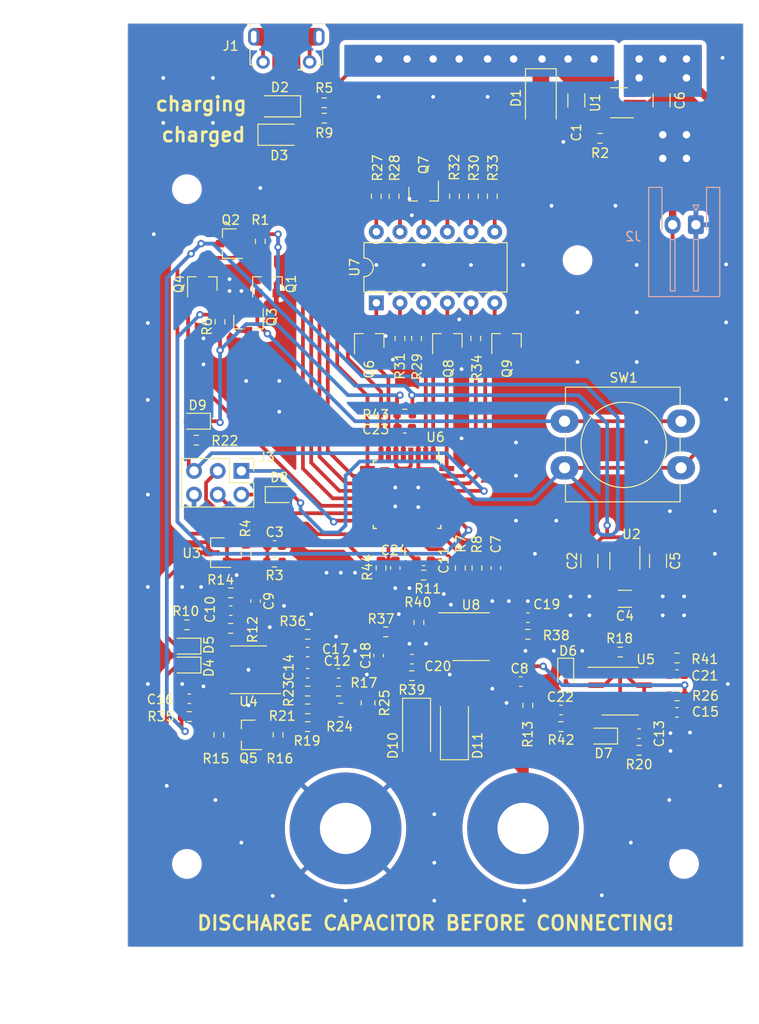
<source format=kicad_pcb>
(kicad_pcb (version 20221018) (generator pcbnew)
  (title_block (title "ESR meter"))
  (layers (0 "F.Cu" signal) (31 "B.Cu" signal) (34 "B.Paste" user) (35 "F.Paste" user) (36 "B.SilkS" user "B.Silkscreen") (37 "F.SilkS" user "F.Silkscreen") (38 "B.Mask" user) (39 "F.Mask" user) (44 "Edge.Cuts" user))
  (net 0 "")
  (net 1 "Net-(D1-K)")
  (net 2 "GND")
  (net 3 "VCC")
  (net 4 "Net-(C3-Pad1)")
  (net 5 "Net-(U2-C+)")
  (net 6 "Net-(U2-C-)")
  (net 7 "VEE")
  (net 8 "VBAT")
  (net 9 "FUEL")
  (net 10 "PROBE_AMP")
  (net 11 "Net-(U5A-+)")
  (net 12 "Net-(C9-Pad1)")
  (net 13 "Net-(C10-Pad1)")
  (net 14 "Net-(D4-K)")
  (net 15 "Net-(U6-AREF)")
  (net 16 "Net-(U4A-+)")
  (net 17 "Net-(D7-K)")
  (net 18 "PROBE_PEAK")
  (net 19 "VCC_WIEN")
  (net 20 "VEE_WIEN")
  (net 21 "PROBE")
  (net 22 "VCC_AMP")
  (net 23 "VEE_AMP")
  (net 24 "VCC_PD")
  (net 25 "VEE_PD")
  (net 26 "VCC_MCU")
  (net 27 "AVCC_MCU")
  (net 28 "Net-(D2-K)")
  (net 29 "Net-(D3-A)")
  (net 30 "Net-(D4-A)")
  (net 31 "+1.24V_REF")
  (net 32 "Net-(D5-K)")
  (net 33 "Net-(D6-A)")
  (net 34 "Net-(D6-K)")
  (net 35 "Net-(D8-K)")
  (net 36 "RESET")
  (net 37 "unconnected-(J1-Shield-Pad6)")
  (net 38 "MISO")
  (net 39 "SCK")
  (net 40 "MOSI")
  (net 43 "BUTTON")
  (net 44 "POWER_HOLD")
  (net 46 "DISPLAY_K1")
  (net 47 "Net-(Q1-B)")
  (net 48 "Net-(Q1-C)")
  (net 49 "DISPLAY_K2")
  (net 50 "DISPLAY_K3")
  (net 51 "Net-(Q5-G)")
  (net 52 "Net-(Q5-D)")
  (net 53 "DISPLAY_K4")
  (net 54 "Net-(Q6-C)")
  (net 55 "Net-(Q7-C)")
  (net 56 "DISPLAY_A")
  (net 57 "DISPLAY_B")
  (net 58 "DISPLAY_C")
  (net 59 "Net-(Q8-C)")
  (net 60 "Net-(Q9-C)")
  (net 61 "DISPLAY_D")
  (net 62 "Net-(U1-PROG)")
  (net 63 "DISPLAY_E")
  (net 64 "DISPLAY_F")
  (net 65 "Net-(U1-STAT)")
  (net 66 "Net-(U5B--)")
  (net 67 "DISPLAY_G")
  (net 68 "DISPLAY_DP")
  (net 69 "Net-(U4A--)")
  (net 70 "Net-(U7-a)")
  (net 71 "Net-(C14-Pad1)")
  (net 72 "Net-(C18-Pad1)")
  (net 73 "Net-(U7-b)")
  (net 74 "Net-(U7-c)")
  (net 75 "Net-(U7-d)")
  (net 76 "Net-(U7-e)")
  (net 77 "Net-(U7-f)")
  (net 78 "Net-(U7-g)")
  (net 79 "Net-(U7-dp)")
  (net 80 "Net-(U8A--)")
  (net 86 "Net-(U8B--)")
  (footprint "Capacitor_SMD:C_0603_1608Metric" (layer "F.Cu") (at 122.174 121.412 180)
    (fp_text reference "C8")
    (fp_text value "100n")
  )
  (footprint "Capacitor_SMD:C_0603_1608Metric" (layer "F.Cu") (at 93.726 112.776 -90)
    (fp_text reference "C9")
    (fp_text value "10n")
  )
  (footprint "Capacitor_SMD:C_0603_1608Metric" (layer "F.Cu") (at 134.874 127)
    (fp_text reference "C13")
    (fp_text value "1n")
  )
  (footprint "Capacitor_SMD:C_0603_1608Metric" (layer "F.Cu") (at 95.771 106.807)
    (fp_text reference "C3")
    (fp_text value "100n")
  )
  (footprint "Capacitor_SMD:C_1206_3216Metric" (layer "F.Cu") (at 136.906 108.458 -90)
    (fp_text reference "C5")
    (fp_text value "1μ")
  )
  (footprint "Resistor_SMD:R_0603_1608Metric" (layer "F.Cu") (at 86.36 115.316 180)
    (fp_text reference "R10")
    (fp_text value "10k")
  )
  (footprint "Resistor_SMD:R_0603_1608Metric" (layer "F.Cu") (at 101.092 60.96)
    (fp_text reference "R9")
    (fp_text value "10k")
  )
  (footprint "Resistor_SMD:R_0603_1608Metric" (layer "F.Cu") (at 94.234 74.168 -90)
    (fp_text reference "R1")
    (fp_text value "33k")
  )
  (footprint "Diode_SMD:D_SOD-323" (layer "F.Cu") (at 127 120.396 -90)
    (fp_text reference "D6")
    (fp_text value "BAS316")
  )
  (footprint "Resistor_SMD:R_0603_1608Metric" (layer "F.Cu") (at 111.76 109.982)
    (fp_text reference "R11")
    (fp_text value "100")
  )
  (footprint "Resistor_SMD:R_0603_1608Metric" (layer "F.Cu") (at 95.758 108.585 180)
    (fp_text reference "R3")
    (fp_text value "3k")
  )
  (footprint "Diode_SMD:D_MELF" (layer "F.Cu") (at 110.998 126.492 -90)
    (fp_text reference "D10")
    (fp_text value "SM4007")
  )
  (footprint "Package_TO_SOT_SMD:SOT-23" (layer "F.Cu") (at 92.964 82.804 -90)
    (fp_text reference "Q3")
    (fp_text value "DTC114E")
  )
  (footprint "Resistor_SMD:R_0603_1608Metric" (layer "F.Cu") (at 130.683 63.119 180)
    (fp_text reference "R2")
    (fp_text value "3.3k")
  )
  (footprint "Capacitor_SMD:C_0603_1608Metric" (layer "F.Cu") (at 106.934 118.618 -90)
    (fp_text reference "C18")
    (fp_text value "100n")
  )
  (footprint "Package_TO_SOT_SMD:SOT-23" (layer "F.Cu") (at 111.76 69.088 -90)
    (fp_text reference "Q7")
    (fp_text value "DTC114E")
  )
  (footprint "Capacitor_SMD:C_0603_1608Metric" (layer "F.Cu") (at 110.49 118.999 180)
    (fp_text reference "C20")
    (fp_text value "100n")
  )
  (footprint "Resistor_SMD:R_0603_1608Metric" (layer "F.Cu") (at 117.475 109.22 -90)
    (fp_text reference "R8")
    (fp_text value "10k")
  )
  (footprint "Package_TO_SOT_SMD:SOT-23" (layer "F.Cu") (at 94.996 78.74 90)
    (fp_text reference "Q1")
    (fp_text value "DTC114E")
  )
  (footprint "Package_TO_SOT_SMD:SOT-23" (layer "F.Cu") (at 114.3 84.836 90)
    (fp_text reference "Q8")
    (fp_text value "DTC114E")
  )
  (footprint "Resistor_SMD:R_0603_1608Metric" (layer "F.Cu") (at 89.789 127.127 -90)
    (fp_text reference "R15")
    (fp_text value "1k")
  )
  (footprint "Resistor_SMD:R_0603_1608Metric" (layer "F.Cu") (at 91.059 111.887)
    (fp_text reference "R14")
    (fp_text value "1k")
  )
  (footprint "Diode_SMD:D_SOD-323" (layer "F.Cu") (at 86.36 119.634 180)
    (fp_text reference "D4")
    (fp_text value "BAS316")
  )
  (footprint "Capacitor_SMD:C_0603_1608Metric" (layer "F.Cu") (at 122.936 114.554)
    (fp_text reference "C19")
    (fp_text value "100n")
  )
  (footprint "Diode_SMD:D_SOD-323F" (layer "F.Cu") (at 96.266 101.346)
    (fp_text reference "D8")
    (fp_text value "BAT54J")
  )
  (footprint "Resistor_SMD:R_0603_1608Metric" (layer "F.Cu") (at 122.936 123.952 -90)
    (fp_text reference "R13")
    (fp_text value "100k")
  )
  (footprint "Resistor_SMD:R_0603_1608Metric" (layer "F.Cu") (at 91.059 115.697)
    (fp_text reference "R12")
    (fp_text value "100k")
  )
  (footprint "Package_TO_SOT_SMD:SOT-23" (layer "F.Cu") (at 90.932 74.422 180)
    (fp_text reference "Q2")
    (fp_text value "IRLML6402")
  )
  (footprint "Connector_PinHeader_2.54mm:PinHeader_2x03_P2.54mm_Vertical" (layer "F.Cu") (at 92.202 98.806 -90)
    (fp_text reference "J3")
    (fp_text value "Pin Header Male")
  )
  (footprint "Capacitor_SMD:C_1206_3216Metric" (layer "F.Cu") (at 137.287 59.055 -90)
    (fp_text reference "C6")
    (fp_text value "4.7μ")
  )
  (footprint "Resistor_SMD:R_0603_1608Metric" (layer "F.Cu") (at 101.092 59.309 180)
    (fp_text reference "R5")
    (fp_text value "10k")
  )
  (footprint "Resistor_SMD:R_0603_1608Metric" (layer "F.Cu") (at 107.188 109.22 -90)
    (fp_text reference "R44")
    (fp_text value "10")
  )
  (footprint "Resistor_SMD:R_0603_1608Metric" (layer "F.Cu") (at 109.728 92.71)
    (fp_text reference "R43")
    (fp_text value "10")
  )
  (footprint "Resistor_SMD:R_0805_2012Metric" (layer "F.Cu") (at 105.791 123.698 90)
    (fp_text reference "R25")
    (fp_text value "10")
  )
  (footprint "Resistor_SMD:R_0805_2012Metric" (layer "F.Cu") (at 102.87 124.46)
    (fp_text reference "R24")
    (fp_text value "499")
  )
  (footprint "Resistor_SMD:R_0603_1608Metric" (layer "F.Cu") (at 99.314 122.428 180)
    (fp_text reference "R23")
    (fp_text value "1.58k")
  )
  (footprint "Resistor_SMD:R_0603_1608Metric" (layer "F.Cu") (at 87.376 95.504 180)
    (fp_text reference "R22")
    (fp_text value "33k")
  )
  (footprint "Capacitor_SMD:C_0603_1608Metric" (layer "F.Cu") (at 108.712 109.22 -90)
    (fp_text reference "C24")
    (fp_text value "100n")
  )
  (footprint "Package_SO:SO-8_3.9x4.9mm_P1.27mm" (layer "F.Cu") (at 116.84 116.586)
    (fp_text reference "U8")
    (fp_text value "OPA1678")
  )
  (footprint "Package_QFP:TQFP-32_7x7mm_P0.8mm" (layer "F.Cu") (at 109.982 101.346 -90)
    (fp_text reference "U6")
    (fp_text value "ATmega88PA-AU")
  )
  (footprint "Package_SO:SO-8_3.9x4.9mm_P1.27mm" (layer "F.Cu") (at 132.842 122.428)
    (fp_text reference "U5")
    (fp_text value "OPA1678")
  )
  (footprint "Package_SO:SO-8_3.9x4.9mm_P1.27mm" (layer "F.Cu") (at 92.964 120.142 180)
    (fp_text reference "U4")
    (fp_text value "OPA1678")
  )
  (footprint "Package_TO_SOT_SMD:SOT-23" (layer "F.Cu") (at 92.964 127.127 180)
    (fp_text reference "Q5")
    (fp_text value "MMBFJ113")
  )
  (footprint "Diode_SMD:D_SOD-323" (layer "F.Cu") (at 131.064 127.254 180)
    (fp_text reference "D7")
    (fp_text value "BAS316")
  )
  (footprint "Capacitor_SMD:C_0603_1608Metric" (layer "F.Cu") (at 126.492 124.46 180)
    (fp_text reference "C22")
    (fp_text value "100n")
  )
  (footprint "Capacitor_SMD:C_0603_1608Metric" (layer "F.Cu") (at 111.76 108.458)
    (fp_text reference "C11")
    (fp_text value "DNP")
  )
  (footprint "Capacitor_SMD:C_0603_1608Metric" (layer "F.Cu") (at 138.938 124.714 180)
    (fp_text reference "C15")
    (fp_text value "10n")
  )
  (footprint "Package_TO_SOT_SMD:SOT-23" (layer "F.Cu") (at 89.662 107.569 180)
    (fp_text reference "U3")
    (fp_text value "TLV431")
  )
  (footprint "Package_TO_SOT_SMD:SOT-23-5" (layer "F.Cu") (at 133.35 108.458 -90)
    (fp_text reference "U2")
    (fp_text value "TPS60403")
  )
  (footprint "Package_TO_SOT_SMD:SOT-23-5" (layer "F.Cu") (at 132.715 59.309 180)
    (fp_text reference "U1")
    (fp_text value "MCP73831")
  )
  (footprint "Button_Switch_THT:SW_PUSH-12mm_Wuerth-430476085716" (layer "F.Cu") (at 126.873 93.472)
    (fp_text reference "SW1")
    (fp_text value "SW_Push")
  )
  (footprint "Resistor_SMD:R_0603_1608Metric" (layer "F.Cu") (at 126.492 126.238 180)
    (fp_text reference "R42")
    (fp_text value "10")
  )
  (footprint "Resistor_SMD:R_0603_1608Metric" (layer "F.Cu") (at 138.938 118.872)
    (fp_text reference "R41")
    (fp_text value "10")
  )
  (footprint "Resistor_SMD:R_0603_1608Metric" (layer "F.Cu") (at 111.252 115.062 -90)
    (fp_text reference "R40")
    (fp_text value "45.3k")
  )
  (footprint "Resistor_SMD:R_0603_1608Metric" (layer "F.Cu") (at 110.49 120.777 180)
    (fp_text reference "R39")
    (fp_text value "10")
  )
  (footprint "Resistor_SMD:R_0603_1608Metric" (layer "F.Cu") (at 122.936 116.332)
    (fp_text reference "R38")
    (fp_text value "10")
  )
  (footprint "Resistor_SMD:R_0603_1608Metric" (layer "F.Cu") (at 107.696 116.078 180)
    (fp_text reference "R37")
    (fp_text value "1k")
  )
  (footprint "Resistor_SMD:R_0603_1608Metric" (layer "F.Cu") (at 99.314 116.332)
    (fp_text reference "R36")
    (fp_text value "10")
  )
  (footprint "Resistor_SMD:R_0603_1608Metric" (layer "F.Cu") (at 86.614 125.1585 180)
    (fp_text reference "R35")
    (fp_text value "10")
  )
  (footprint "Resistor_SMD:R_0603_1608Metric" (layer "F.Cu") (at 117.348 84.582 -90)
    (fp_text reference "R34")
    (fp_text value "2.4k")
  )
  (footprint "Resistor_SMD:R_0603_1608Metric" (layer "F.Cu") (at 119.126 69.342 90)
    (fp_text reference "R33")
    (fp_text value "2.4k")
  )
  (footprint "Resistor_SMD:R_0603_1608Metric" (layer "F.Cu") (at 115.062 69.342 90)
    (fp_text reference "R32")
    (fp_text value "2.4k")
  )
  (footprint "Resistor_SMD:R_0603_1608Metric" (layer "F.Cu") (at 109.22 84.582 -90)
    (fp_text reference "R31")
    (fp_text value "2.4k")
  )
  (footprint "Resistor_SMD:R_0603_1608Metric" (layer "F.Cu") (at 117.094 69.342 90)
    (fp_text reference "R30")
    (fp_text value "2.4k")
  )
  (footprint "Resistor_SMD:R_0603_1608Metric" (layer "F.Cu") (at 110.998 84.582 -90)
    (fp_text reference "R29")
    (fp_text value "2.4k")
  )
  (footprint "Resistor_SMD:R_0603_1608Metric" (layer "F.Cu") (at 108.585 69.342 90)
    (fp_text reference "R28")
    (fp_text value "2.4k")
  )
  (footprint "Resistor_SMD:R_0603_1608Metric" (layer "F.Cu") (at 106.68 69.342 90)
    (fp_text reference "R27")
    (fp_text value "2.4k")
  )
  (footprint "Resistor_SMD:R_0603_1608Metric" (layer "F.Cu") (at 138.938 122.936 180)
    (fp_text reference "R26")
    (fp_text value "1k")
  )
  (footprint "Diode_SMD:D_SMA" (layer "F.Cu") (at 124.333 59.055 -90)
    (fp_text reference "D1")
    (fp_text value "SMAJ5.0A")
  )
  (footprint "Capacitor_SMD:C_0603_1608Metric" (layer "F.Cu") (at 102.616 120.523)
    (fp_text reference "C12")
    (fp_text value "1n")
  )
  (footprint "Capacitor_SMD:C_0603_1608Metric" (layer "F.Cu") (at 99.314 120.523 180)
    (fp_text reference "C14")
    (fp_text value "1n")
  )
  (footprint "Capacitor_SMD:C_0603_1608Metric" (layer "F.Cu") (at 91.059 113.792)
    (fp_text reference "C10")
    (fp_text value "10n")
  )
  (footprint "Capacitor_SMD:C_0603_1608Metric" (layer "F.Cu") (at 109.728 94.234)
    (fp_text reference "C23")
    (fp_text value "100n")
  )
  (footprint "esr-meter:BindingPost" (layer "F.Cu") (at 122.428 137.16 180)
    (fp_text reference "J4" hide)
    (fp_text value "Binding Post" hide)
  )
  (footprint "Diode_SMD:D_SOD-323" (layer "F.Cu") (at 86.36 117.602 180)
    (fp_text reference "D5")
    (fp_text value "BAS316")
  )
  (footprint "Resistor_SMD:R_0603_1608Metric" (layer "F.Cu") (at 89.916 82.804 90)
    (fp_text reference "R6")
    (fp_text value "33k")
  )
  (footprint "Capacitor_SMD:C_0603_1608Metric" (layer "F.Cu") (at 86.614 123.2535 180)
    (fp_text reference "C16")
    (fp_text value "100n")
  )
  (footprint "LED_SMD:LED_1206_3216Metric" (layer "F.Cu") (at 96.266 59.69 180)
    (fp_text reference "D2")
    (fp_text value "RED")
  )
  (footprint "Package_TO_SOT_SMD:SOT-23" (layer "F.Cu") (at 120.65 84.836 90)
    (fp_text reference "Q9")
    (fp_text value "DTC114E")
  )
  (footprint "LED_SMD:LED_1206_3216Metric" (layer "F.Cu") (at 96.266 62.738)
    (fp_text reference "D3")
    (fp_text value "GREEN")
  )
  (footprint "Package_TO_SOT_SMD:SOT-23" (layer "F.Cu") (at 88.011 78.74 90)
    (fp_text reference "Q4")
    (fp_text value "DTC114E")
  )
  (footprint "Resistor_SMD:R_0603_1608Metric" (layer "F.Cu") (at 92.71 107.569 -90)
    (fp_text reference "R4")
    (fp_text value "3k")
  )
  (footprint "Package_DIP:DIP-12_W7.62mm" (layer "F.Cu") (at 106.68 80.772 90)
    (fp_text reference "U7")
    (fp_text value "QDSP-6064")
  )
  (footprint "Diode_SMD:D_MELF" (layer "F.Cu") (at 115.062 126.492 90)
    (fp_text reference "D11")
    (fp_text value "SM4007")
  )
  (footprint "Package_TO_SOT_SMD:SOT-23" (layer "F.Cu") (at 105.918 84.836 90)
    (fp_text reference "Q6")
    (fp_text value "DTC114E")
  )
  (footprint "Capacitor_SMD:C_0603_1608Metric" (layer "F.Cu") (at 99.314 118.237)
    (fp_text reference "C17")
    (fp_text value "100n")
  )
  (footprint "Resistor_SMD:R_0603_1608Metric" (layer "F.Cu") (at 115.697 109.22 90)
    (fp_text reference "R7")
    (fp_text value "31.6k")
  )
  (footprint "Capacitor_SMD:C_0603_1608Metric" (layer "F.Cu") (at 138.938 120.65)
    (fp_text reference "C21")
    (fp_text value "100n")
  )
  (footprint "Connector_USB:USB_Micro-B_Molex-105017-0001" (layer "F.Cu") (at 97.028 53.467 180)
    (fp_text reference "J1")
    (fp_text value "USB_B_Micro")
  )
  (footprint "Diode_SMD:D_SOD-323" (layer "F.Cu") (at 87.376 93.472 180)
    (fp_text reference "D9")
    (fp_text value "BAS316")
  )
  (footprint "Capacitor_SMD:C_1206_3216Metric" (layer "F.Cu") (at 133.35 112.522 180)
    (fp_text reference "C4")
    (fp_text value "1μ")
  )
  (footprint "Capacitor_SMD:C_0603_1608Metric" (layer "F.Cu") (at 119.507 109.22 -90)
    (fp_text reference "C7")
    (fp_text value "10n")
  )
  (footprint "Resistor_SMD:R_0603_1608Metric" (layer "F.Cu") (at 99.314 124.333 180)
    (fp_text reference "R21")
    (fp_text value "2.2k")
  )
  (footprint "Resistor_SMD:R_0603_1608Metric" (layer "F.Cu") (at 134.874 128.778)
    (fp_text reference "R20")
    (fp_text value "3.3M")
  )
  (footprint "Resistor_SMD:R_0603_1608Metric" (layer "F.Cu") (at 99.314 126.238)
    (fp_text reference "R19")
    (fp_text value "1k")
  )
  (footprint "Resistor_SMD:R_0603_1608Metric" (layer "F.Cu") (at 132.842 118.237 180)
    (fp_text reference "R18")
    (fp_text value "10k")
  )
  (footprint "Resistor_SMD:R_0603_1608Metric" (layer "F.Cu") (at 102.616 122.428)
    (fp_text reference "R17")
    (fp_text value "1.58k")
  )
  (footprint "Resistor_SMD:R_0603_1608Metric" (layer "F.Cu") (at 96.139 127.127 90)
    (fp_text reference "R16")
    (fp_text value "DNP")
  )
  (footprint "MountingHole:MountingHole_2.7mm" (layer "F.Cu") (at 86.36 68.58)
    (fp_text reference "REF**" hide)
    (fp_text value "MountingHole_2.7mm")
  )
  (footprint "MountingHole:MountingHole_2.7mm" (layer "F.Cu") (at 128.27 76.2)
    (fp_text reference "REF**" hide)
    (fp_text value "MountingHole_2.7mm")
  )
  (footprint "MountingHole:MountingHole_2.7mm" (layer "F.Cu") (at 139.7 140.97)
    (fp_text reference "REF**" hide)
    (fp_text value "MountingHole_2.7mm")
  )
  (footprint "MountingHole:MountingHole_2.7mm" (layer "F.Cu") (at 86.36 140.97)
    (fp_text reference "REF**" hide)
    (fp_text value "MountingHole_2.7mm")
  )
  (footprint "Capacitor_SMD:C_1206_3216Metric" (layer "F.Cu") (at 128.143 59.055 -90)
    (fp_text reference "C1")
    (fp_text value "4.7μ")
  )
  (footprint "Capacitor_SMD:C_1206_3216Metric" (layer "F.Cu") (at 129.54 108.458 -90)
    (fp_text reference "C2")
    (fp_text value "1μ")
  )
  (footprint "Connector_JST:JST_XH_S2B-XH-A-1_1x02_P2.50mm_Horizontal" (layer "B.Cu") (at 140.97 72.39 180)
    (fp_text reference "J2")
    (fp_text value "JST-XH")
  )
  (gr_line (start 146.05 149.86) (end 80.01 149.86) (stroke (width 0.05)) (layer "Edge.Cuts"))
  (gr_line (start 80.01 50.8) (end 146.05 50.8) (stroke (width 0.05)) (layer "Edge.Cuts"))
  (gr_line (start 80.01 149.86) (end 80.01 50.8) (stroke (width 0.05)) (layer "Edge.Cuts"))
  (gr_line (start 146.05 50.8) (end 146.05 149.86) (stroke (width 0.05)) (layer "Edge.Cuts"))
  (gr_text "charging" (at 87.884 59.436) (layer "F.SilkS") (effects (font (size 1.5 1.5) (thickness 0.3))))
  (gr_text "charged" (at 88.138 62.738) (layer "F.SilkS") (effects (font (size 1.5 1.5) (thickness 0.3))))
  (gr_text "DISCHARGE CAPACITOR BEFORE CONNECTING!" (at 113.03 147.32) (layer "F.SilkS") (effects (font (size 1.5 1.5) (thickness 0.3))))
  (segment (start 124.333 54.737) (end 124.46 54.61) (width 0.4) (layer "F.Cu") (net 1))
  (segment (start 128.143 55.499) (end 127.254 54.61) (width 0.4) (layer "F.Cu") (net 1))
  (segment (start 96.644 57.912) (end 98.425 57.912) (width 0.4) (layer "F.Cu") (net 1))
  (segment (start 98.425 57.912) (end 101.9175 57.912) (width 0.4) (layer "F.Cu") (net 1))
  (segment (start 98.328 54.9295) (end 98.328 57.815) (width 0.4) (layer "F.Cu") (net 1))
  (segment (start 98.328 57.815) (end 98.425 57.912) (width 0.4) (layer "F.Cu") (net 1))
  (segment (start 94.866 59.69) (end 96.644 57.912) (width 0.4) (layer "F.Cu") (net 1))
  (segment (start 101.9175 57.912) (end 105.2195 54.61) (width 0.4) (layer "F.Cu") (net 1))
  (segment (start 105.2195 54.61) (end 106.934 54.61) (width 0.4) (layer "F.Cu") (net 1))
  (segment (start 128.143 57.58) (end 128.143 55.499) (width 0.4) (layer "F.Cu") (net 1))
  (segment (start 124.333 57.055) (end 124.333 54.737) (width 0.4) (layer "F.Cu") (net 1))
  (via (at 109.982 54.61) (size 1.6) (drill 0.8) (layers "F.Cu" "B.Cu") (net 1))
  (via (at 112.776 54.61) (size 1.6) (drill 0.8) (layers "F.Cu" "B.Cu") (net 1))
  (via (at 115.57 54.61) (size 1.6) (drill 0.8) (layers "F.Cu" "B.Cu") (net 1))
  (via (at 118.618 54.61) (size 1.6) (drill 0.8) (layers "F.Cu" "B.Cu") (net 1))
  (via (at 121.412 54.61) (size 1.6) (drill 0.8) (layers "F.Cu" "B.Cu") (net 1))
  (via (at 124.46 54.61) (size 1.6) (drill 0.8) (layers "F.Cu" "B.Cu") (net 1))
  (via (at 106.934 54.61) (size 1.6) (drill 0.8) (layers "F.Cu" "B.Cu") (net 1))
  (via (at 127.254 54.61) (size 1.6) (drill 0.8) (layers "F.Cu" "B.Cu") (net 1))
  (via (at 130.048 54.61) (size 1.6) (drill 0.8) (layers "F.Cu" "B.Cu") (net 1))
  (segment (start 111.182 102.686) (end 111.182 103.391) (width 0.4) (layer "F.Cu") (net 2))
  (segment (start 111.182 100.654) (end 111.182 102.686) (width 0.4) (layer "F.Cu") (net 2))
  (segment (start 95.728 54.9295) (end 95.728 56.545) (width 0.4) (layer "F.Cu") (net 2))
  (segment (start 111.182 97.096) (end 111.182 100.654) (width 0.4) (layer "F.Cu") (net 2))
  (segment (start 111.182 103.391) (end 110.382 104.191) (width 0.4) (layer "F.Cu") (net 2))
  (segment (start 110.382 104.191) (end 110.382 105.596) (width 0.4) (layer "F.Cu") (net 2))
  (segment (start 110.4392 95.4532) (end 110.7948 95.4532) (width 0.4) (layer "F.Cu") (net 2))
  (segment (start 109.582 97.096) (end 109.582 95.8024) (width 0.4) (layer "F.Cu") (net 2))
  (segment (start 109.582 95.8024) (end 109.9312 95.4532) (width 0.4) (layer "F.Cu") (net 2))
  (segment (start 109.9312 95.4532) (end 110.4392 95.4532) (width 0.4) (layer "F.Cu") (net 2))
  (segment (start 110.7948 95.4532) (end 111.182 95.8404) (width 0.4) (layer "F.Cu") (net 2))
  (segment (start 111.182 95.8404) (end 111.182 97.096) (width 0.4) (layer "F.Cu") (net 2))
  (segment (start 85.535 115.316) (end 85.535 114.071) (width 0.4) (layer "F.Cu") (net 2))
  (segment (start 85.535 114.071) (end 85.56 114.046) (width 0.4) (layer "F.Cu") (net 2))
  (via (at 144.2085 76.6445) (size 0.8) (drill 0.4) (layers "F.Cu" "B.Cu") (net 2))
  (via (at 112.903 135.636) (size 0.8) (drill 0.4) (layers "F.Cu" "B.Cu") (net 2))
  (via (at 112.903 140.843) (size 0.8) (drill 0.4) (layers "F.Cu" "B.Cu") (net 2))
  (via (at 135.636 95.6945) (size 0.8) (drill 0.4) (layers "F.Cu" "B.Cu") (net 2))
  (via (at 115.824 95.3135) (size 0.8) (drill 0.4) (layers "F.Cu" "B.Cu") (net 2))
  (via (at 88.138 87.376) (size 0.8) (drill 0.4) (layers "F.Cu" "B.Cu") (net 2))
  (via (at 88.138 84.582) (size 0.8) (drill 0.4) (layers "F.Cu" "B.Cu") (net 2))
  (via (at 123.698 107.696) (size 0.8) (drill 0.4) (layers "F.Cu" "B.Cu") (net 2))
  (via (at 140.335 126.873) (size 0.8) (drill 0.4) (layers "F.Cu" "B.Cu") (net 2))
  (via (at 138.2395 128.8415) (size 0.8) (drill 0.4) (layers "F.Cu" "B.Cu") (net 2))
  (via (at 138.2395 126.9365) (size 0.8) (drill 0.4) (layers "F.Cu" "B.Cu") (net 2))
  (via (at 143.8275 54.483) (size 0.8) (drill 0.4) (layers "F.Cu" "B.Cu") (net 2))
  (via (at 144.2085 82.8675) (size 0.8) (drill 0.4) (layers "F.Cu" "B.Cu") (net 2))
  (via (at 144.2085 91.1225) (size 0.8) (drill 0.4) (layers "F.Cu" "B.Cu") (net 2))
  (via (at 143.002 107.696) (size 0.8) (drill 0.4) (layers "F.Cu" "B.Cu") (net 2))
  (via (at 144.399 121.666) (size 0.8) (drill 0.4) (layers "F.Cu" "B.Cu") (net 2))
  (via (at 143.5735 132.588) (size 0.8) (drill 0.4) (layers "F.Cu" "B.Cu") (net 2))
  (via (at 138.1125 134.112) (size 0.8) (drill 0.4) (layers "F.Cu" "B.Cu") (net 2))
  (via (at 133.985 138.684) (size 0.8) (drill 0.4) (layers "F.Cu" "B.Cu") (net 2))
  (via (at 130.8735 144.3355) (size 0.8) (drill 0.4) (layers "F.Cu" "B.Cu") (net 2))
  (via (at 122.555 144.907) (size 0.8) (drill 0.4) (layers "F.Cu" "B.Cu") (net 2))
  (via (at 112.903 144.907) (size 0.8) (drill 0.4) (layers "F.Cu" "B.Cu") (net 2))
  (via (at 103.378 144.907) (size 0.8) (drill 0.4) (layers "F.Cu" "B.Cu") (net 2))
  (via (at 95.5675 144.399) (size 0.8) (drill 0.4) (layers "F.Cu" "B.Cu") (net 2))
  (via (at 92.202 138.684) (size 0.8) (drill 0.4) (layers "F.Cu" "B.Cu") (net 2))
  (via (at 89.408 134.112) (size 0.8) (drill 0.4) (layers "F.Cu" "B.Cu") (net 2))
  (via (at 84.201 132.588) (size 0.8) (drill 0.4) (layers "F.Cu" "B.Cu") (net 2))
  (via (at 82.169 121.666) (size 0.8) (drill 0.4) (layers "F.Cu" "B.Cu") (net 2))
  (via (at 82.169 111.252) (size 0.8) (drill 0.4) (layers "F.Cu" "B.Cu") (net 2))
  (via (at 82.169 101.346) (size 0.8) (drill 0.4) (layers "F.Cu" "B.Cu") (net 2))
  (via (at 82.169 91.186) (size 0.8) (drill 0.4) (layers "F.Cu" "B.Cu") (net 2))
  (via (at 82.169 82.931) (size 0.8) (drill 0.4) (layers "F.Cu" "B.Cu") (net 2))
  (via (at 82.804 73.406) (size 0.8) (drill 0.4) (layers "F.Cu" "B.Cu") (net 2))
  (via (at 94.234 68.453) (size 0.8) (drill 0.4) (layers "F.Cu" "B.Cu") (net 2))
  (via (at 110.236 111.379) (size 0.8) (drill 0.4) (layers "F.Cu" "B.Cu") (net 2))
  (via (at 108.712 111.379) (size 0.8) (drill 0.4) (layers "F.Cu" "B.Cu") (net 2))
  (via (at 114.681 113.157) (size 0.8) (drill 0.4) (layers "F.Cu" "B.Cu") (net 2))
  (via (at 99.695 114.173) (size 0.8) (drill 0.4) (layers "F.Cu" "B.Cu") (net 2))
  (via (at 109.093 114.173) (size 0.8) (drill 0.4) (layers "F.Cu" "B.Cu") (net 2))
  (via (at 113.919 112.014) (size 0.8) (drill 0.4) (layers "F.Cu" "B.Cu") (net 2))
  (via (at 102.87 109.728) (size 0.8) (drill 0.4) (layers "F.Cu" "B.Cu") (net 2))
  (via (at 101.346 109.728) (size 0.8) (drill 0.4) (layers "F.Cu" "B.Cu") (net 2))
  (via (at 104.394 109.728) (size 0.8) (drill 0.4) (layers "F.Cu" "B.Cu") (net 2))
  (via (at 107.696 84.328) (size 0.8) (drill 0.4) (layers "F.Cu" "B.Cu") (net 2))
  (via (at 108.458 86.868) (size 0.8) (drill 0.4) (layers "F.Cu" "B.Cu") (net 2))
  (via (at 128.778 118.11) (size 0.8) (drill 0.4) (layers "F.Cu" "B.Cu") (net 2))
  (via (at 125.73 118.11) (size 0.8) (drill 0.4) (layers "F.Cu" "B.Cu") (net 2))
  (via (at 122.682 118.11) (size 0.8) (drill 0.4) (layers "F.Cu" "B.Cu") (net 2))
  (via (at 120.65 123.698) (size 0.8) (drill 0.4) (layers "F.Cu" "B.Cu") (net 2))
  (via (at 119.126 122.174) (size 0.8) (drill 0.4) (layers "F.Cu" "B.Cu") (net 2))
  (via (at 114.554 120.65) (size 0.8) (drill 0.4) (layers "F.Cu" "B.Cu") (net 2))
  (via (at 112.014 117.348) (size 0.8) (drill 0.4) (layers "F.Cu" "B.Cu") (net 2))
  (via (at 110.236 117.348) (size 0.8) (drill 0.4) (layers "F.Cu" "B.Cu") (net 2))
  (via (at 88.138 121.92) (size 0.8) (drill 0.4) (layers "F.Cu" "B.Cu") (net 2))
  (via (at 85.852 121.666) (size 0.8) (drill 0.4) (layers "F.Cu" "B.Cu") (net 2))
  (via (at 105.664 120.65) (size 0.8) (drill 0.4) (layers "F.Cu" "B.Cu") (net 2))
  (via (at 102.362 116.586) (size 0.8) (drill 0.4) (layers "F.Cu" "B.Cu") (net 2))
  (via (at 104.394 118.11) (size 0.8) (drill 0.4) (layers "F.Cu" "B.Cu") (net 2))
  (via (at 92.964 123.952) (size 0.8) (drill 0.4) (layers "F.Cu" "B.Cu") (net 2))
  (via (at 92.964 120.142) (size 0.8) (drill 0.4) (layers "F.Cu" "B.Cu") (net 2))
  (via (at 95.25 115.57) (size 0.8) (drill 0.4) (layers "F.Cu" "B.Cu") (net 2))
  (via (at 96.774 113.284) (size 0.8) (drill 0.4) (layers "F.Cu" "B.Cu") (net 2))
  (via (at 91.694 109.982) (size 0.8) (drill 0.4) (layers "F.Cu" "B.Cu") (net 2))
  (via (at 87.884 111.252) (size 0.8) (drill 0.4) (layers "F.Cu" "B.Cu") (net 2))
  (via (at 85.852 111.252) (size 0.8) (drill 0.4) (layers "F.Cu" "B.Cu") (net 2))
  (via (at 120.904 112.776) (size 0.8) (drill 0.4) (layers "F.Cu" "B.Cu") (net 2))
  (via (at 119.126 112.776) (size 0.8) (drill 0.4) (layers "F.Cu" "B.Cu") (net 2))
  (via (at 122.936 112.776) (size 0.8) (drill 0.4) (layers "F.Cu" "B.Cu") (net 2))
  (via (at 139.7 112.268) (size 0.8) (drill 0.4) (layers "F.Cu" "B.Cu") (net 2))
  (via (at 139.7 114.3) (size 0.8) (drill 0.4) (layers "F.Cu" "B.Cu") (net 2))
  (via (at 137.414 114.3) (size 0.8) (drill 0.4) (layers "F.Cu" "B.Cu") (net 2))
  (via (at 137.414 112.268) (size 0.8) (drill 0.4) (layers "F.Cu" "B.Cu") (net 2))
  (via (at 129.54 112.268) (size 0.8) (drill 0.4) (layers "F.Cu" "B.Cu") (net 2))
  (via (at 129.54 114.3) (size 0.8) (drill 0.4) (layers "F.Cu" "B.Cu") (net 2))
  (via (at 127.508 114.3) (size 0.8) (drill 0.4) (layers "F.Cu" "B.Cu") (net 2))
  (via (at 127.508 112.268) (size 0.8) (drill 0.4) (layers "F.Cu" "B.Cu") (net 2))
  (via (at 125.984 104.14) (size 0.8) (drill 0.4) (layers "F.Cu" "B.Cu") (net 2))
  (via (at 143.002 103.124) (size 0.8) (drill 0.4) (layers "F.Cu" "B.Cu") (net 2))
  (via (at 138.176 103.124) (size 0.8) (drill 0.4) (layers "F.Cu" "B.Cu") (net 2))
  (via (at 121.666 104.14) (size 0.8) (drill 0.4) (layers "F.Cu" "B.Cu") (net 2))
  (via (at 111.182 102.686) (size 0.8) (drill 0.4) (layers "F.Cu" "B.Cu") (net 2))
  (via (at 108.712 102.616) (size 0.8) (drill 0.4) (layers "F.Cu" "B.Cu") (net 2))
  (via (at 111.182 100.584) (size 0.8) (drill 0.4) (layers "F.Cu" "B.Cu") (net 2))
  (via (at 108.712 100.584) (size 0.8) (drill 0.4) (layers "F.Cu" "B.Cu") (net 2))
  (via (at 121.666 99.314) (size 0.8) (drill 0.4) (layers "F.Cu" "B.Cu") (net 2))
  (via (at 121.666 95.758) (size 0.8) (drill 0.4) (layers "F.Cu" "B.Cu") (net 2))
  (via (at 96.266 92.456) (size 0.8) (drill 0.4) (layers "F.Cu" "B.Cu") (net 2))
  (via (at 96.266 89.154) (size 0.8) (drill 0.4) (layers "F.Cu" "B.Cu") (net 2))
  (via (at 92.71 89.154) (size 0.8) (drill 0.4) (layers "F.Cu" "B.Cu") (net 2))
  (via (at 92.202 79.502) (size 0.8) (drill 0.4) (layers "F.Cu" "B.Cu") (net 2))
  (via (at 90.932 78.232) (size 0.8) (drill 0.4) (layers "F.Cu" "B.Cu") (net 2))
  (via (at 90.932 79.502) (size 0.8) (drill 0.4) (layers "F.Cu" "B.Cu") (net 2))
  (via (at 122.428 76.708) (size 0.8) (drill 0.4) (layers "F.Cu" "B.Cu") (net 2))
  (via (at 128.27 87.122) (size 0.8) (drill 0.4) (layers "F.Cu" "B.Cu") (net 2))
  (via (at 128.27 81.788) (size 0.8) (drill 0.4) (layers "F.Cu" "B.Cu") (net 2))
  (via (at 134.62 87.122) (size 0.8) (drill 0.4) (layers "F.Cu" "B.Cu") (net 2))
  (via (at 134.62 81.788) (size 0.8) (drill 0.4) (layers "F.Cu" "B.Cu") (net 2))
  (via (at 134.62 76.708) (size 0.8) (drill 0.4) (layers "F.Cu" "B.Cu") (net 2))
  (via (at 132.334 70.358) (size 0.8) (drill 0.4) (layers "F.Cu" "B.Cu") (net 2))
  (via (at 125.476 70.358) (size 0.8) (drill 0.4) (layers "F.Cu" "B.Cu") (net 2))
  (via (at 116.84 76.708) (size 0.8) (drill 0.4) (layers "F.Cu" "B.Cu") (net 2))
  (via (at 111.76 76.708) (size 0.8) (drill 0.4) (layers "F.Cu" "B.Cu") (net 2))
  (via (at 106.68 76.708) (size 0.8) (drill 0.4) (layers "F.Cu" "B.Cu") (net 2))
  (via (at 89.154 61.468) (size 0.8) (drill 0.4) (layers "F.Cu" "B.Cu") (net 2))
  (via (at 83.82 61.468) (size 0.8) (drill 0.4) (layers "F.Cu" "B.Cu") (net 2))
  (via (at 83.82 56.642) (size 0.8) (drill 0.4) (layers "F.Cu" "B.Cu") (net 2))
  (via (at 89.154 56.642) (size 0.8) (drill 0.4) (layers "F.Cu" "B.Cu") (net 2))
  (via (at 115.57 82.55) (size 0.8) (drill 0.4) (layers "F.Cu" "B.Cu") (net 2))
  (via (at 115.824 87.884) (size 0.8) (drill 0.4) (layers "F.Cu" "B.Cu") (net 2))
  (via (at 110.236 69.596) (size 0.8) (drill 0.4) (layers "F.Cu" "B.Cu") (net 2))
  (via (at 110.49 71.374) (size 0.8) (drill 0.4) (layers "F.Cu" "B.Cu") (net 2))
  (via (at 126.746 63.5) (size 0.8) (drill 0.4) (layers "F.Cu" "B.Cu") (net 2))
  (via (at 118.618 58.674) (size 0.8) (drill 0.4) (layers "F.Cu" "B.Cu") (net 2))
  (via (at 112.776 58.674) (size 0.8) (drill 0.4) (layers "F.Cu" "B.Cu") (net 2))
  (via (at 106.934 58.674) (size 0.8) (drill 0.4) (layers "F.Cu" "B.Cu") (net 2))
  (via (at 137.414 62.738) (size 1.6) (drill 0.8) (layers "F.Cu" "B.Cu") (net 2))
  (via (at 137.414 65.278) (size 1.6) (drill 0.8) (layers "F.Cu" "B.Cu") (net 2))
  (via (at 139.954 65.278) (size 1.6) (drill 0.8) (layers "F.Cu" "B.Cu") (net 2))
  (via (at 139.954 62.738) (size 1.6) (drill 0.8) (layers "F.Cu" "B.Cu") (net 2))
  (segment (start 107.188 110.045) (end 107.188 110.744) (width 0.4) (layer "F.Cu") (net 3))
  (segment (start 107.188 110.744) (end 106.68 111.252) (width 0.4) (layer "F.Cu") (net 3))
  (segment (start 106.68 111.252) (end 100.076 111.252) (width 0.4) (layer "F.Cu") (net 3))
  (segment (start 100.076 111.252) (end 97.409 108.585) (width 0.4) (layer "F.Cu") (net 3))
  (segment (start 97.409 108.585) (end 96.583 108.585) (width 0.4) (layer "F.Cu") (net 3))
  (segment (start 107.188 110.045) (end 107.125 110.045) (width 0.4) (layer "F.Cu") (net 3))
  (segment (start 99.568 106.553) (end 103.505 106.553) (width 0.4) (layer "F.Cu") (net 3))
  (segment (start 107.188 110.045) (end 106.997 110.045) (width 0.4) (layer "F.Cu") (net 3))
  (segment (start 106.997 110.045) (end 103.505 106.553) (width 0.4) (layer "F.Cu") (net 3))
  (segment (start 86.8045 75.5015) (end 85.344 76.962) (width 0.4) (layer "F.Cu") (net 3))
  (segment (start 85.344 76.962) (end 85.344 104.267) (width 0.4) (layer "F.Cu") (net 3))
  (segment (start 85.344 104.267) (end 86.614 105.537) (width 0.4) (layer "F.Cu") (net 3))
  (segment (start 86.614 105.537) (end 98.552 105.537) (width 0.4) (layer "F.Cu") (net 3))
  (segment (start 98.552 105.537) (end 99.568 106.553) (width 0.4) (layer "F.Cu") (net 3))
  (segment (start 85.789 125.1585) (end 85.789 126.3655) (width 0.4) (layer "F.Cu") (net 3))
  (segment (start 85.789 126.3655) (end 86.1695 126.746) (width 0.4) (layer "F.Cu") (net 3))
  (segment (start 131.445 105.918) (end 132.842 105.918) (width 0.4) (layer "F.Cu") (net 3))
  (segment (start 130.937 105.918) (end 131.445 105.918) (width 0.4) (layer "F.Cu") (net 3))
  (segment (start 131.445 105.918) (end 131.445 104.648) (width 0.4) (layer "F.Cu") (net 3))
  (segment (start 86.8045 75.5015) (end 87.884 74.422) (width 0.4) (layer "F.Cu") (net 3))
  (segment (start 87.884 74.422) (end 89.932 74.422) (width 0.4) (layer "F.Cu") (net 3))
  (segment (start 110.553 92.71) (end 110.553 90.741) (width 0.4) (layer "F.Cu") (net 3))
  (segment (start 110.553 90.741) (end 110.49 90.678) (width 0.4) (layer "F.Cu") (net 3))
  (segment (start 139.763 117.792) (end 138.303 116.332) (width 0.4) (layer "F.Cu") (net 3))
  (segment (start 138.303 116.332) (end 125.857 116.332) (width 0.4) (layer "F.Cu") (net 3))
  (segment (start 139.763 118.872) (end 139.763 117.792) (width 0.4) (layer "F.Cu") (net 3))
  (segment (start 125.857 116.332) (end 125.222 116.332) (width 0.4) (layer "F.Cu") (net 3))
  (segment (start 125.222 116.332) (end 123.761 116.332) (width 0.4) (layer "F.Cu") (net 3))
  (segment (start 125.222 111.125) (end 125.095 111.252) (width 0.4) (layer "F.Cu") (net 3))
  (segment (start 125.095 111.252) (end 116.904 111.252) (width 0.4) (layer "F.Cu") (net 3))
  (segment (start 116.904 111.252) (end 115.697 110.045) (width 0.4) (layer "F.Cu") (net 3))
  (segment (start 129.54 106.983) (end 129.237 106.983) (width 0.4) (layer "F.Cu") (net 3))
  (segment (start 129.237 106.983) (end 125.222 110.998) (width 0.4) (layer "F.Cu") (net 3))
  (segment (start 125.222 110.998) (end 125.222 111.125) (width 0.4) (layer "F.Cu") (net 3))
  (segment (start 125.222 111.125) (end 125.222 111.887) (width 0.4) (layer "F.Cu") (net 3))
  (segment (start 125.222 111.887) (end 125.222 114.3) (width 0.4) (layer "F.Cu") (net 3))
  (segment (start 125.222 114.3) (end 125.222 116.332) (width 0.4) (layer "F.Cu") (net 3))
  (segment (start 129.54 106.983) (end 129.872 106.983) (width 0.4) (layer "F.Cu") (net 3))
  (segment (start 129.872 106.983) (end 130.937 105.918) (width 0.4) (layer "F.Cu") (net 3))
  (segment (start 132.842 105.918) (end 133.35 106.426) (width 0.4) (layer "F.Cu") (net 3))
  (segment (start 133.35 106.426) (end 133.35 107.358) (width 0.4) (layer "F.Cu") (net 3))
  (via (at 86.1695 126.746) (size 0.8) (drill 0.4) (layers "F.Cu" "B.Cu") (net 3))
  (via (at 131.445 104.648) (size 0.8) (drill 0.4) (layers "F.Cu" "B.Cu") (net 3))
  (via (at 86.8045 75.5015) (size 0.8) (drill 0.4) (layers "F.Cu" "B.Cu") (net 3))
  (via (at 87.884 74.422) (size 0.8) (drill 0.4) (layers "F.Cu" "B.Cu") (net 3))
  (via (at 110.49 90.678) (size 0.8) (drill 0.4) (layers "F.Cu" "B.Cu") (net 3))
  (segment (start 110.49 90.678) (end 110.49 90.424) (width 0.4) (layer "B.Cu") (net 3))
  (segment (start 110.49 90.424) (end 109.728 89.662) (width 0.4) (layer "B.Cu") (net 3))
  (segment (start 109.728 89.662) (end 104.394 89.662) (width 0.4) (layer "B.Cu") (net 3))
  (segment (start 104.394 89.662) (end 89.154 74.422) (width 0.4) (layer "B.Cu") (net 3))
  (segment (start 89.154 74.422) (end 87.884 74.422) (width 0.4) (layer "B.Cu") (net 3))
  (segment (start 84.201 124.7775) (end 86.1695 126.746) (width 0.4) (layer "B.Cu") (net 3))
  (segment (start 84.201 78.105) (end 84.201 124.7775) (width 0.4) (layer "B.Cu") (net 3))
  (segment (start 87.884 74.422) (end 84.201 78.105) (width 0.4) (layer "B.Cu") (net 3))
  (segment (start 131.445 93.726) (end 128.397 90.678) (width 0.4) (layer "B.Cu") (net 3))
  (segment (start 128.397 90.678) (end 110.49 90.678) (width 0.4) (layer "B.Cu") (net 3))
  (segment (start 131.445 104.648) (end 131.445 93.726) (width 0.4) (layer "B.Cu") (net 3))
  (segment (start 94.996 106.807) (end 94.996 108.522) (width 0.4) (layer "F.Cu") (net 4))
  (segment (start 94.996 108.522) (end 94.933 108.585) (width 0.4) (layer "F.Cu") (net 4))
  (segment (start 94.996 106.807) (end 92.773 106.807) (width 0.4) (layer "F.Cu") (net 4))
  (segment (start 92.773 106.807) (end 92.71 106.744) (width 0.4) (layer "F.Cu") (net 4))
  (segment (start 134.825 112.522) (end 134.825 110.083) (width 0.4) (layer "F.Cu") (net 5))
  (segment (start 134.825 110.083) (end 134.3 109.558) (width 0.4) (layer "F.Cu") (net 5))
  (segment (start 131.875 112.522) (end 131.3 111.947) (width 0.4) (layer "F.Cu") (net 6))
  (segment (start 131.3 108.458) (end 132.4 107.358) (width 0.4) (layer "F.Cu") (net 6))
  (segment (start 131.3 111.947) (end 131.3 108.458) (width 0.4) (layer "F.Cu") (net 6))
  (segment (start 109.665 120.777) (end 111.443 122.555) (width 0.4) (layer "F.Cu") (net 7))
  (segment (start 111.443 122.555) (end 116.713 122.555) (width 0.4) (layer "F.Cu") (net 7))
  (segment (start 116.713 122.555) (end 120.396 126.238) (width 0.4) (layer "F.Cu") (net 7))
  (segment (start 120.396 126.238) (end 125.667 126.238) (width 0.4) (layer "F.Cu") (net 7))
  (segment (start 100.139 116.332) (end 101.79 114.681) (width 0.4) (layer "F.Cu") (net 7))
  (segment (start 107.061 114.681) (end 107.67101 115.29101) (width 0.4) (layer "F.Cu") (net 7))
  (segment (start 101.79 114.681) (end 107.061 114.681) (width 0.4) (layer "F.Cu") (net 7))
  (segment (start 107.67101 116.81501) (end 108.331 117.475) (width 0.4) (layer "F.Cu") (net 7))
  (segment (start 107.67101 115.29101) (end 107.67101 116.81501) (width 0.4) (layer "F.Cu") (net 7))
  (segment (start 108.331 117.475) (end 108.331 119.443) (width 0.4) (layer "F.Cu") (net 7))
  (segment (start 108.331 119.443) (end 109.665 120.777) (width 0.4) (layer "F.Cu") (net 7))
  (segment (start 125.667 126.238) (end 127.826 128.397) (width 0.4) (layer "F.Cu") (net 7))
  (segment (start 127.826 128.397) (end 131.191 128.397) (width 0.4) (layer "F.Cu") (net 7))
  (segment (start 131.191 128.397) (end 133.985 131.191) (width 0.4) (layer "F.Cu") (net 7))
  (segment (start 133.985 131.191) (end 139.7 131.191) (width 0.4) (layer "F.Cu") (net 7))
  (segment (start 139.7 131.191) (end 142.621 128.27) (width 0.4) (layer "F.Cu") (net 7))
  (segment (start 142.621 128.27) (end 142.621 112.268) (width 0.4) (layer "F.Cu") (net 7))
  (segment (start 142.621 112.268) (end 137.336 106.983) (width 0.4) (layer "F.Cu") (net 7))
  (segment (start 137.336 106.983) (end 136.906 106.983) (width 0.4) (layer "F.Cu") (net 7))
  (segment (start 134.3 107.358) (end 136.531 107.358) (width 0.4) (layer "F.Cu") (net 7))
  (segment (start 136.531 107.358) (end 136.906 106.983) (width 0.4) (layer "F.Cu") (net 7))
  (segment (start 140.0175 56.642) (end 143.002 59.6265) (width 0.8) (layer "F.Cu") (net 8))
  (segment (start 143.002 59.6265) (end 143.002 67.818) (width 0.8) (layer "F.Cu") (net 8))
  (segment (start 143.002 67.818) (end 141.6685 69.1515) (width 0.8) (layer "F.Cu") (net 8))
  (segment (start 138.47 69.937) (end 138.47 72.39) (width 0.8) (layer "F.Cu") (net 8))
  (segment (start 141.6685 69.1515) (end 139.2555 69.1515) (width 0.8) (layer "F.Cu") (net 8))
  (segment (start 139.2555 69.1515) (end 138.47 69.937) (width 0.8) (layer "F.Cu") (net 8))
  (segment (start 139.954 56.642) (end 140.0175 56.642) (width 0.4) (layer "F.Cu") (net 8))
  (segment (start 97.366 101.346) (end 97.663 101.346) (width 0.4) (layer "F.Cu") (net 8))
  (segment (start 97.663 101.346) (end 98.552 102.235) (width 0.4) (layer "F.Cu") (net 8))
  (segment (start 96.139 73.406) (end 94.297 73.406) (width 0.4) (layer "F.Cu") (net 8))
  (segment (start 94.297 73.406) (end 94.234 73.343) (width 0.4) (layer "F.Cu") (net 8))
  (segment (start 139.373 98.472) (end 126.873 98.472) (width 0.4) (layer "F.Cu") (net 8))
  (segment (start 138.47 72.39) (end 138.47 75.732) (width 0.4) (layer "F.Cu") (net 8))
  (segment (start 138.47 75.732) (end 142.0495 79.3115) (width 0.4) (layer "F.Cu") (net 8))
  (segment (start 142.0495 79.3115) (end 142.0495 95.7955) (width 0.4) (layer "F.Cu") (net 8))
  (segment (start 142.0495 95.7955) (end 139.373 98.472) (width 0.4) (layer "F.Cu") (net 8))
  (segment (start 91.932 73.472) (end 94.105 73.472) (width 0.4) (layer "F.Cu") (net 8))
  (segment (start 94.105 73.472) (end 94.234 73.343) (width 0.4) (layer "F.Cu") (net 8))
  (segment (start 96.139 73.406) (end 96.139 74.803) (width 0.4) (layer "F.Cu") (net 8))
  (via (at 96.139 74.803) (size 0.8) (drill 0.4) (layers "F.Cu" "B.Cu") (net 8))
  (via (at 98.552 102.235) (size 0.8) (drill 0.4) (layers "F.Cu" "B.Cu") (net 8))
  (via (at 96.139 73.406) (size 0.8) (drill 0.4) (layers "F.Cu" "B.Cu") (net 8))
  (via (at 134.874 56.642) (size 1.6) (drill 0.8) (layers "F.Cu" "B.Cu") (net 8))
  (via (at 139.954 56.642) (size 1.6) (drill 0.8) (layers "F.Cu" "B.Cu") (net 8))
  (via (at 139.954 54.61) (size 1.6) (drill 0.8) (layers "F.Cu" "B.Cu") (net 8))
  (via (at 137.414 54.61) (size 1.6) (drill 0.8) (layers "F.Cu" "B.Cu") (net 8))
  (via (at 134.874 54.61) (size 1.6) (drill 0.8) (layers "F.Cu" "B.Cu") (net 8))
  (segment (start 126.873 98.472) (end 126.873 98.679) (width 0.4) (layer "B.Cu") (net 8))
  (segment (start 126.873 98.679) (end 130.302 102.108) (width 0.4) (layer "B.Cu") (net 8))
  (segment (start 132.588 93.091) (end 129.032 89.535) (width 0.4) (layer "B.Cu") (net 8))
  (segment (start 130.302 102.108) (end 130.302 105.156) (width 0.4) (layer "B.Cu") (net 8))
  (segment (start 105.156 88.646) (end 96.139 79.629) (width 0.4) (layer "B.Cu") (net 8))
  (segment (start 130.302 105.156) (end 130.81 105.664) (width 0.4) (layer "B.Cu") (net 8))
  (segment (start 130.81 105.664) (end 132.0165 105.664) (width 0.4) (layer "B.Cu") (net 8))
  (segment (start 132.588 105.0925) (end 132.588 93.091) (width 0.4) (layer "B.Cu") (net 8))
  (segment (start 132.0165 105.664) (end 132.588 105.0925) (width 0.4) (layer "B.Cu") (net 8))
  (segment (start 129.032 89.535) (end 111.252 89.535) (width 0.4) (layer "B.Cu") (net 8))
  (segment (start 111.252 89.535) (end 110.363 88.646) (width 0.4) (layer "B.Cu") (net 8))
  (segment (start 110.363 88.646) (end 105.156 88.646) (width 0.4) (layer "B.Cu") (net 8))
  (segment (start 96.139 79.629) (end 96.139 74.803) (width 0.4) (layer "B.Cu") (net 8))
  (segment (start 126.873 98.472) (end 123.491 101.854) (width 0.4) (layer "B.Cu") (net 8))
  (segment (start 123.491 101.854) (end 117.348 101.854) (width 0.4) (layer "B.Cu") (net 8))
  (segment (start 117.348 101.854) (end 113.284 97.79) (width 0.4) (layer "B.Cu") (net 8))
  (segment (start 113.284 97.79) (end 104.902 97.79) (width 0.4) (layer "B.Cu") (net 8))
  (segment (start 100.965 105.41) (end 98.552 102.997) (width 0.4) (layer "B.Cu") (net 8))
  (segment (start 104.902 97.79) (end 103.378 99.314) (width 0.4) (layer "B.Cu") (net 8))
  (segment (start 103.378 99.314) (end 103.378 104.648) (width 0.4) (layer "B.Cu") (net 8))
  (segment (start 103.378 104.648) (end 102.616 105.41) (width 0.4) (layer "B.Cu") (net 8))
  (segment (start 102.616 105.41) (end 100.965 105.41) (width 0.4) (layer "B.Cu") (net 8))
  (segment (start 98.552 102.997) (end 98.552 102.235) (width 0.4) (layer "B.Cu") (net 8))
  (segment (start 96.139 74.803) (end 96.139 73.406) (width 0.4) (layer "B.Cu") (net 8))
  (segment (start 112.782 105.596) (end 113.597 105.596) (width 0.4) (layer "F.Cu") (net 9))
  (segment (start 113.597 105.596) (end 115.697 107.696) (width 0.4) (layer "F.Cu") (net 9))
  (segment (start 115.697 107.696) (end 115.697 108.395) (width 0.4) (layer "F.Cu") (net 9))
  (segment (start 115.697 108.395) (end 119.457 108.395) (width 0.4) (layer "F.Cu") (net 9))
  (segment (start 119.457 108.395) (end 119.507 108.445) (width 0.4) (layer "F.Cu") (net 9))
  (segment (start 121.399 121.412) (end 120.5735 120.5865) (width 0.4) (layer "F.Cu") (net 10))
  (segment (start 120.5735 120.5865) (end 117.5385 120.5865) (width 0.4) (layer "F.Cu") (net 10))
  (segment (start 117.5385 120.5865) (end 116.332 119.38) (width 0.4) (layer "F.Cu") (net 10))
  (segment (start 116.332 119.38) (end 116.332 115.4684) (width 0.4) (layer "F.Cu") (net 10))
  (segment (start 116.332 115.4684) (end 115.5446 114.681) (width 0.4) (layer "F.Cu") (net 10))
  (segment (start 115.5446 114.681) (end 114.265 114.681) (width 0.4) (layer "F.Cu") (net 10))
  (segment (start 111.252 114.237) (end 113.821 114.237) (width 0.4) (layer "F.Cu") (net 10))
  (segment (start 113.821 114.237) (end 114.265 114.681) (width 0.4) (layer "F.Cu") (net 10))
  (segment (start 130.267 123.063) (end 123 123.063) (width 0.4) (layer "F.Cu") (net 11))
  (segment (start 123 123.063) (end 122.936 123.127) (width 0.4) (layer "F.Cu") (net 11))
  (segment (start 122.936 123.127) (end 122.936 121.425) (width 0.4) (layer "F.Cu") (net 11))
  (segment (start 122.936 121.425) (end 122.949 121.412) (width 0.4) (layer "F.Cu") (net 11))
  (segment (start 93.726 112.001) (end 91.998 112.001) (width 0.4) (layer "F.Cu") (net 12))
  (segment (start 91.998 112.001) (end 91.884 111.887) (width 0.4) (layer "F.Cu") (net 12))
  (segment (start 89.789 126.302) (end 89.789 124.46) (width 0.4) (layer "F.Cu") (net 13))
  (segment (start 89.789 124.46) (end 91.821 122.428) (width 0.4) (layer "F.Cu") (net 13))
  (segment (start 91.821 122.428) (end 91.821 121.539) (width 0.4) (layer "F.Cu") (net 13))
  (segment (start 91.821 121.539) (end 91.059 120.777) (width 0.4) (layer "F.Cu") (net 13))
  (segment (start 91.059 120.777) (end 90.389 120.777) (width 0.4) (layer "F.Cu") (net 13))
  (segment (start 90.389 120.777) (end 86.995 120.777) (width 0.4) (layer "F.Cu") (net 13))
  (segment (start 86.995 120.777) (end 86.36 120.142) (width 0.4) (layer "F.Cu") (net 13))
  (segment (start 86.36 120.142) (end 86.36 114.046) (width 0.4) (layer "F.Cu") (net 13))
  (segment (start 86.36 114.046) (end 87.694 112.712) (width 0.4) (layer "F.Cu") (net 13))
  (segment (start 87.694 112.712) (end 90.234 112.712) (width 0.4) (layer "F.Cu") (net 13))
  (segment (start 90.234 111.887) (end 90.234 112.712) (width 0.4) (layer "F.Cu") (net 13))
  (segment (start 90.234 112.712) (end 90.234 113.742) (width 0.4) (layer "F.Cu") (net 13))
  (segment (start 90.284 113.792) (end 90.284 115.647) (width 0.4) (layer "F.Cu") (net 13))
  (segment (start 90.284 115.647) (end 90.234 115.697) (width 0.4) (layer "F.Cu") (net 13))
  (segment (start 90.234 113.742) (end 90.284 113.792) (width 0.4) (layer "F.Cu") (net 13))
  (segment (start 91.834 113.792) (end 93.485 113.792) (width 0.4) (layer "F.Cu") (net 14))
  (segment (start 93.485 113.792) (end 93.726 113.551) (width 0.4) (layer "F.Cu") (net 14))
  (segment (start 91.884 115.697) (end 91.884 113.842) (width 0.4) (layer "F.Cu") (net 14))
  (segment (start 91.884 113.842) (end 91.834 113.792) (width 0.4) (layer "F.Cu") (net 14))
  (segment (start 90.389 119.507) (end 91.264 119.507) (width 0.4) (layer "F.Cu") (net 14))
  (segment (start 91.264 119.507) (end 91.884 118.887) (width 0.4) (layer "F.Cu") (net 14))
  (segment (start 91.884 118.887) (end 91.884 115.697) (width 0.4) (layer "F.Cu") (net 14))
  (segment (start 90.389 119.507) (end 87.537 119.507) (width 0.4) (layer "F.Cu") (net 14))
  (segment (start 87.537 119.507) (end 87.41 119.634) (width 0.4) (layer "F.Cu") (net 14))
  (segment (start 110.985 108.458) (end 110.985 109.932) (width 0.4) (layer "F.Cu") (net 15))
  (segment (start 110.985 109.932) (end 110.935 109.982) (width 0.4) (layer "F.Cu") (net 15))
  (segment (start 110.985 108.458) (end 109.582 107.055) (width 0.4) (layer "F.Cu") (net 15))
  (segment (start 109.582 107.055) (end 109.582 105.596) (width 0.4) (layer "F.Cu") (net 15))
  (segment (start 101.791 122.428) (end 101.791 120.573) (width 0.4) (layer "F.Cu") (net 16))
  (segment (start 101.791 120.573) (end 101.841 120.523) (width 0.4) (layer "F.Cu") (net 16))
  (segment (start 100.825 119.507) (end 98.552 119.507) (width 0.4) (layer "F.Cu") (net 16))
  (segment (start 98.552 119.507) (end 95.539 119.507) (width 0.4) (layer "F.Cu") (net 16))
  (segment (start 98.539 120.523) (end 98.539 119.52) (width 0.4) (layer "F.Cu") (net 16))
  (segment (start 98.539 119.52) (end 98.552 119.507) (width 0.4) (layer "F.Cu") (net 16))
  (segment (start 101.841 120.523) (end 100.825 119.507) (width 0.4) (layer "F.Cu") (net 16))
  (segment (start 134.049 128.778) (end 134.049 127.05) (width 0.4) (layer "F.Cu") (net 17))
  (segment (start 134.049 127.05) (end 134.099 127) (width 0.4) (layer "F.Cu") (net 17))
  (segment (start 132.114 127.254) (end 133.845 127.254) (width 0.4) (layer "F.Cu") (net 17))
  (segment (start 133.845 127.254) (end 134.099 127) (width 0.4) (layer "F.Cu") (net 17))
  (segment (start 134.099 127) (end 134.099 125.108) (width 0.4) (layer "F.Cu") (net 17))
  (segment (start 134.099 125.108) (end 134.874 124.333) (width 0.4) (layer "F.Cu") (net 17))
  (segment (start 134.874 124.333) (end 135.417 124.333) (width 0.4) (layer "F.Cu") (net 17))
  (segment (start 111.982 105.596) (end 111.982 106.85755) (width 0.4) (layer "F.Cu") (net 18))
  (segment (start 112.33785 107.2134) (end 113.6904 107.2134) (width 0.4) (layer "F.Cu") (net 18))
  (segment (start 117.3607 119.126) (end 117.9957 119.761) (width 0.4) (layer "F.Cu") (net 18))
  (segment (start 111.982 106.85755) (end 112.33785 107.2134) (width 0.4) (layer "F.Cu") (net 18))
  (segment (start 113.6904 107.2134) (end 114.681 108.204) (width 0.4) (layer "F.Cu") (net 18))
  (segment (start 114.681 108.204) (end 114.681 110.871) (width 0.4) (layer "F.Cu") (net 18))
  (segment (start 114.681 110.871) (end 117.3607 113.5507) (width 0.4) (layer "F.Cu") (net 18))
  (segment (start 117.3607 113.5507) (end 117.3607 119.126) (width 0.4) (layer "F.Cu") (net 18))
  (segment (start 117.9957 119.761) (end 124.587 119.761) (width 0.4) (layer "F.Cu") (net 18))
  (segment (start 139.763 121.7808) (end 139.7635 121.7803) (width 0.4) (layer "F.Cu") (net 18))
  (segment (start 139.763 122.936) (end 139.763 121.7808) (width 0.4) (layer "F.Cu") (net 18))
  (segment (start 139.713 124.714) (end 139.713 122.986) (width 0.4) (layer "F.Cu") (net 18))
  (segment (start 139.713 122.986) (end 139.763 122.936) (width 0.4) (layer "F.Cu") (net 18))
  (via (at 139.7635 121.7803) (size 0.8) (drill 0.4) (layers "F.Cu" "B.Cu") (net 18))
  (via (at 124.587 119.761) (size 0.8) (drill 0.4) (layers "F.Cu" "B.Cu") (net 18))
  (segment (start 124.587 119.761) (end 126.619 121.793) (width 0.4) (layer "B.Cu") (net 18))
  (segment (start 126.619 121.793) (end 139.7508 121.793) (width 0.4) (layer "B.Cu") (net 18))
  (segment (start 139.7508 121.793) (end 139.7635 121.7803) (width 0.4) (layer "B.Cu") (net 18))
  (segment (start 87.389 123.2535) (end 88.66025 123.2535) (width 0.4) (layer "F.Cu") (net 19))
  (segment (start 88.66025 123.2535) (end 89.86675 122.047) (width 0.4) (layer "F.Cu") (net 19))
  (segment (start 89.86675 122.047) (end 90.389 122.047) (width 0.4) (layer "F.Cu") (net 19))
  (segment (start 87.439 125.1585) (end 87.439 123.3035) (width 0.4) (layer "F.Cu") (net 19))
  (segment (start 87.439 123.3035) (end 87.389 123.2535) (width 0.4) (layer "F.Cu") (net 19))
  (segment (start 98.539 118.237) (end 98.539 116.382) (width 0.4) (layer "F.Cu") (net 20))
  (segment (start 98.539 116.382) (end 98.489 116.332) (width 0.4) (layer "F.Cu") (net 20))
  (segment (start 95.539 118.237) (end 98.539 118.237) (width 0.4) (layer "F.Cu") (net 20))
  (segment (start 115.062 124.092) (end 115.71 124.092) (width 1.2) (layer "F.Cu") (net 21))
  (segment (start 115.71 124.092) (end 122.428 130.81) (width 1.2) (layer "F.Cu") (net 21))
  (segment (start 122.428 130.81) (end 122.428 137.16) (width 1.2) (layer "F.Cu") (net 21))
  (segment (start 105.791 124.6105) (end 107.6725 124.6105) (width 0.4) (layer "F.Cu") (net 21))
  (segment (start 107.6725 124.6105) (end 110.4795 124.6105) (width 0.4) (layer "F.Cu") (net 21))
  (segment (start 106.947 119.393) (end 107.6725 120.1185) (width 0.4) (layer "F.Cu") (net 21))
  (segment (start 107.6725 120.1185) (end 107.6725 124.6105) (width 0.4) (layer "F.Cu") (net 21))
  (segment (start 106.934 119.393) (end 106.947 119.393) (width 0.4) (layer "F.Cu") (net 21))
  (segment (start 110.998 124.092) (end 115.062 124.092) (width 1.2) (layer "F.Cu") (net 21))
  (segment (start 110.4795 124.6105) (end 110.998 124.092) (width 0.4) (layer "F.Cu") (net 21))
  (segment (start 103.7825 124.46) (end 105.6405 124.46) (width 0.4) (layer "F.Cu") (net 21))
  (segment (start 105.6405 124.46) (end 105.791 124.6105) (width 0.4) (layer "F.Cu") (net 21))
  (segment (start 122.111 116.332) (end 122.111 114.604) (width 0.4) (layer "F.Cu") (net 22))
  (segment (start 122.111 114.604) (end 122.161 114.554) (width 0.4) (layer "F.Cu") (net 22))
  (segment (start 119.415 114.681) (end 122.034 114.681) (width 0.4) (layer "F.Cu") (net 22))
  (segment (start 122.034 114.681) (end 122.161 114.554) (width 0.4) (layer "F.Cu") (net 22))
  (segment (start 111.315 119.825) (end 112.4405 119.825) (width 0.4) (layer "F.Cu") (net 23))
  (segment (start 112.4405 119.825) (end 113.7745 118.491) (width 0.4) (layer "F.Cu") (net 23))
  (segment (start 113.7745 118.491) (end 114.265 118.491) (width 0.4) (layer "F.Cu") (net 23))
  (segment (start 111.315 119.825) (end 111.315 119.049) (width 0.4) (layer "F.Cu") (net 23))
  (segment (start 111.315 120.777) (end 111.315 119.825) (width 0.4) (layer "F.Cu") (net 23))
  (segment (start 111.315 119.049) (end 111.265 118.999) (width 0.4) (layer "F.Cu") (net 23))
  (segment (start 138.163 120.65) (end 138.163 118.922) (width 0.4) (layer "F.Cu") (net 24))
  (segment (start 138.163 118.922) (end 138.113 118.872) (width 0.4) (layer "F.Cu") (net 24))
  (segment (start 135.417 120.523) (end 138.036 120.523) (width 0.4) (layer "F.Cu") (net 24))
  (segment (start 138.036 120.523) (end 138.163 120.65) (width 0.4) (layer "F.Cu") (net 24))
  (segment (start 127.317 126.238) (end 127.317 124.51) (width 0.4) (layer "F.Cu") (net 25))
  (segment (start 127.317 124.51) (end 127.267 124.46) (width 0.4) (layer "F.Cu") (net 25))
  (segment (start 130.267 124.333) (end 127.394 124.333) (width 0.4) (layer "F.Cu") (net 25))
  (segment (start 127.394 124.333) (end 127.267 124.46) (width 0.4) (layer "F.Cu") (net 25))
  (segment (start 88.426 93.472) (end 89.789 93.472) (width 0.4) (layer "F.Cu") (net 26))
  (segment (start 89.789 93.472) (end 89.916 93.599) (width 0.4) (layer "F.Cu") (net 26))
  (segment (start 108.903 90.994996) (end 109.219996 90.678) (width 0.4) (layer "F.Cu") (net 26))
  (segment (start 108.903 92.71) (end 108.903 90.994996) (width 0.4) (layer "F.Cu") (net 26))
  (segment (start 89.916 85.852) (end 89.916 83.629) (width 0.4) (layer "F.Cu") (net 26))
  (segment (start 108.782 97.096) (end 108.782 98.241) (width 0.4) (layer "F.Cu") (net 26))
  (segment (start 108.782 98.241) (end 109.093 98.552) (width 0.4) (layer "F.Cu") (net 26))
  (segment (start 109.093 98.552) (end 110.078501 98.552) (width 0.4) (layer "F.Cu") (net 26))
  (segment (start 110.078501 98.552) (end 110.382 98.248501) (width 0.4) (layer "F.Cu") (net 26))
  (segment (start 110.382 98.248501) (end 110.382 97.096) (width 0.4) (layer "F.Cu") (net 26))
  (segment (start 108.953 94.234) (end 108.782 94.405) (width 0.4) (layer "F.Cu") (net 26))
  (segment (start 108.782 94.405) (end 108.782 97.096) (width 0.4) (layer "F.Cu") (net 26))
  (segment (start 108.903 92.71) (end 108.903 94.184) (width 0.4) (layer "F.Cu") (net 26))
  (segment (start 108.903 94.184) (end 108.953 94.234) (width 0.4) (layer "F.Cu") (net 26))
  (segment (start 88.201 95.504) (end 88.201 93.697) (width 0.4) (layer "F.Cu") (net 26))
  (segment (start 88.201 93.697) (end 88.426 93.472) (width 0.4) (layer "F.Cu") (net 26))
  (via (at 89.916 93.599) (size 0.8) (drill 0.4) (layers "F.Cu" "B.Cu") (net 26))
  (via (at 109.219996 90.678) (size 0.8) (drill 0.4) (layers "F.Cu" "B.Cu") (net 26))
  (via (at 89.916 85.852) (size 0.8) (drill 0.4) (layers "F.Cu" "B.Cu") (net 26))
  (segment (start 89.916 85.852) (end 92.71 83.058) (width 0.4) (layer "B.Cu") (net 26))
  (segment (start 92.71 83.058) (end 96.012 83.058) (width 0.4) (layer "B.Cu") (net 26))
  (segment (start 96.012 83.058) (end 103.632 90.678) (width 0.4) (layer "B.Cu") (net 26))
  (segment (start 103.632 90.678) (end 109.219996 90.678) (width 0.4) (layer "B.Cu") (net 26))
  (segment (start 89.916 85.852) (end 89.916 93.599) (width 0.4) (layer "B.Cu") (net 26))
  (segment (start 107.188 108.395) (end 108.013 108.395) (width 0.4) (layer "F.Cu") (net 27))
  (segment (start 108.013 108.395) (end 108.662 108.395) (width 0.4) (layer "F.Cu") (net 27))
  (segment (start 107.982 108.364) (end 108.013 108.395) (width 0.4) (layer "F.Cu") (net 27))
  (segment (start 107.982 105.596) (end 107.982 108.364) (width 0.4) (layer "F.Cu") (net 27))
  (segment (start 108.662 108.395) (end 108.712 108.445) (width 0.4) (layer "F.Cu") (net 27))
  (segment (start 100.267 59.309) (end 98.047 59.309) (width 0.4) (layer "F.Cu") (net 28))
  (segment (start 98.047 59.309) (end 97.666 59.69) (width 0.4) (layer "F.Cu") (net 28))
  (segment (start 97.666 62.738) (end 97.666 62.608) (width 0.4) (layer "F.Cu") (net 29))
  (segment (start 97.666 62.608) (end 99.314 60.96) (width 0.4) (layer "F.Cu") (net 29))
  (segment (start 99.314 60.96) (end 100.267 60.96) (width 0.4) (layer "F.Cu") (net 29))
  (segment (start 101.9575 124.46) (end 101.9575 127.0235) (width 0.4) (layer "F.Cu") (net 30))
  (segment (start 101.9575 127.0235) (end 99.695 129.286) (width 0.4) (layer "F.Cu") (net 30))
  (segment (start 99.695 129.286) (end 86.614 129.286) (width 0.4) (layer "F.Cu") (net 30))
  (segment (start 86.614 129.286) (end 84.201 126.873) (width 0.4) (layer "F.Cu") (net 30))
  (segment (start 84.201 126.873) (end 84.201 120.743) (width 0.4) (layer "F.Cu") (net 30))
  (segment (start 84.201 120.743) (end 85.31 119.634) (width 0.4) (layer "F.Cu") (net 30))
  (segment (start 95.539 122.047) (end 96.8725 123.3805) (width 0.4) (layer "F.Cu") (net 30))
  (segment (start 96.8725 123.3805) (end 100.0115 123.3805) (width 0.4) (layer "F.Cu") (net 30))
  (segment (start 100.0115 123.3805) (end 100.139 123.253) (width 0.4) (layer "F.Cu") (net 30))
  (segment (start 100.139 122.428) (end 100.139 123.253) (width 0.4) (layer "F.Cu") (net 30))
  (segment (start 100.139 123.253) (end 100.139 124.333) (width 0.4) (layer "F.Cu") (net 30))
  (segment (start 100.139 124.333) (end 101.8305 124.333) (width 0.4) (layer "F.Cu") (net 30))
  (segment (start 101.8305 124.333) (end 101.9575 124.46) (width 0.4) (layer "F.Cu") (net 30))
  (segment (start 112.585 109.982) (end 112.585 111.697) (width 0.4) (layer "F.Cu") (net 31))
  (segment (start 112.585 111.697) (end 111.76 112.522) (width 0.4) (layer "F.Cu") (net 31))
  (segment (start 111.76 112.522) (end 100.076 112.522) (width 0.4) (layer "F.Cu") (net 31))
  (segment (start 100.076 112.522) (end 97.282 109.728) (width 0.4) (layer "F.Cu") (net 31))
  (segment (start 97.282 109.728) (end 94.044 109.728) (width 0.4) (layer "F.Cu") (net 31))
  (segment (start 94.044 109.728) (end 92.71 108.394) (width 0.4) (layer "F.Cu") (net 31))
  (segment (start 92.71 108.394) (end 90.787 108.394) (width 0.4) (layer "F.Cu") (net 31))
  (segment (start 90.787 108.394) (end 90.662 108.519) (width 0.4) (layer "F.Cu") (net 31))
  (segment (start 85.31 117.602) (end 85.217 117.602) (width 0.4) (layer "F.Cu") (net 31))
  (segment (start 84.201 116.586) (end 84.201 110.363) (width 0.4) (layer "F.Cu") (net 31))
  (segment (start 85.217 117.602) (end 84.201 116.586) (width 0.4) (layer "F.Cu") (net 31))
  (segment (start 84.201 110.363) (end 85.217 109.347) (width 0.4) (layer "F.Cu") (net 31))
  (segment (start 85.217 109.347) (end 89.834 109.347) (width 0.4) (layer "F.Cu") (net 31))
  (segment (start 89.834 109.347) (end 90.662 108.519) (width 0.4) (layer "F.Cu") (net 31))
  (segment (start 90.662 108.519) (end 90.662 106.619) (width 0.4) (layer "F.Cu") (net 31))
  (segment (start 87.41 117.602) (end 87.41 115.541) (width 0.4) (layer "F.Cu") (net 32))
  (segment (start 87.41 115.541) (end 87.185 115.316) (width 0.4) (layer "F.Cu") (net 32))
  (segment (start 90.389 118.237) (end 88.045 118.237) (width 0.4) (layer "F.Cu") (net 32))
  (segment (start 88.045 118.237) (end 87.41 117.602) (width 0.4) (layer "F.Cu") (net 32))
  (segment (start 130.267 121.793) (end 131.142 121.793) (width 0.4) (layer "F.Cu") (net 33))
  (segment (start 131.142 121.793) (end 132.017 120.918) (width 0.4) (layer "F.Cu") (net 33))
  (segment (start 132.017 120.918) (end 132.017 118.237) (width 0.4) (layer "F.Cu") (net 33))
  (segment (start 130.267 121.793) (end 127.347 121.793) (width 0.4) (layer "F.Cu") (net 33))
  (segment (start 127.347 121.793) (end 127 121.446) (width 0.4) (layer "F.Cu") (net 33))
  (segment (start 130.014 127.254) (end 130.714 127.254) (width 0.4) (layer "F.Cu") (net 34))
  (segment (start 130.714 127.254) (end 132.842 125.126) (width 0.4) (layer "F.Cu") (net 34))
  (segment (start 132.842 125.126) (end 132.842 117.602) (width 0.4) (layer "F.Cu") (net 34))
  (segment (start 132.842 117.602) (end 132.461 117.221) (width 0.4) (layer "F.Cu") (net 34))
  (segment (start 130.937 120.523) (end 130.267 120.523) (width 0.4) (layer "F.Cu") (net 34))
  (segment (start 132.461 117.221) (end 131.445 117.221) (width 0.4) (layer "F.Cu") (net 34))
  (segment (start 131.445 117.221) (end 131.191 117.475) (width 0.4) (layer "F.Cu") (net 34))
  (segment (start 131.191 117.475) (end 131.191 120.269) (width 0.4) (layer "F.Cu") (net 34))
  (segment (start 131.191 120.269) (end 130.937 120.523) (width 0.4) (layer "F.Cu") (net 34))
  (segment (start 130.267 120.523) (end 128.177 120.523) (width 0.4) (layer "F.Cu") (net 34))
  (segment (start 128.177 120.523) (end 127 119.346) (width 0.4) (layer "F.Cu") (net 34))
  (segment (start 95.166 101.346) (end 92.202 101.346) (width 0.4) (layer "F.Cu") (net 35))
  (segment (start 114.232 100.946) (end 118.217998 100.946) (width 0.4) (layer "F.Cu") (net 36))
  (segment (start 118.217998 100.946) (end 118.236998 100.965) (width 0.4) (layer "F.Cu") (net 36))
  (segment (start 86.551 95.504) (end 86.551 93.697) (width 0.4) (layer "F.Cu") (net 36))
  (segment (start 86.551 93.697) (end 86.326 93.472) (width 0.4) (layer "F.Cu") (net 36))
  (segment (start 86.551 95.504) (end 86.551 98.235) (width 0.4) (layer "F.Cu") (net 36))
  (segment (start 86.551 98.235) (end 87.122 98.806) (width 0.4) (layer "F.Cu") (net 36))
  (via (at 118.236998 100.965) (size 0.8) (drill 0.4) (layers "F.Cu" "B.Cu") (net 36))
  (segment (start 114.172998 96.901) (end 118.236998 100.965) (width 0.4) (layer "B.Cu") (net 36))
  (segment (start 89.027 96.901) (end 114.172998 96.901) (width 0.4) (layer "B.Cu") (net 36))
  (segment (start 87.122 98.806) (end 89.027 96.901) (width 0.4) (layer "B.Cu") (net 36))
  (segment (start 99.528 54.9295) (end 99.528 52.6295) (width 0.4) (layer "F.Cu") (net 37))
  (segment (start 99.528 52.6295) (end 99.928 52.2295) (width 0.4) (layer "F.Cu") (net 37))
  (segment (start 94.528 54.9295) (end 94.528 52.6295) (width 0.4) (layer "F.Cu") (net 37))
  (segment (start 94.528 52.6295) (end 94.128 52.2295) (width 0.4) (layer "F.Cu") (net 37))
  (segment (start 98.028 52.2295) (end 99.928 52.2295) (width 0.4) (layer "F.Cu") (net 37))
  (segment (start 96.028 52.2295) (end 98.028 52.2295) (width 0.4) (layer "F.Cu") (net 37))
  (segment (start 94.128 52.2295) (end 96.028 52.2295) (width 0.4) (layer "F.Cu") (net 37))
  (segment (start 102.229006 104.146) (end 102.108006 104.267) (width 0.4) (layer "F.Cu") (net 38))
  (segment (start 105.732 104.146) (end 102.229006 104.146) (width 0.4) (layer "F.Cu") (net 38))
  (via (at 102.108006 104.267) (size 0.8) (drill 0.4) (layers "F.Cu" "B.Cu") (net 38))
  (segment (start 92.202 98.806) (end 96.647006 98.806) (width 0.4) (layer "B.Cu") (net 38))
  (segment (start 96.647006 98.806) (end 102.108006 104.267) (width 0.4) (layer "B.Cu") (net 38))
  (segment (start 107.182 105.596) (end 100.389 105.596) (width 0.4) (layer "F.Cu") (net 39))
  (segment (start 88.411999 101.873999) (end 88.411999 100.056001) (width 0.4) (layer "F.Cu") (net 39))
  (segment (start 100.389 105.596) (end 99.2505 104.4575) (width 0.4) (layer "F.Cu") (net 39))
  (segment (start 99.2505 104.4575) (end 90.9955 104.4575) (width 0.4) (layer "F.Cu") (net 39))
  (segment (start 90.9955 104.4575) (end 88.411999 101.873999) (width 0.4) (layer "F.Cu") (net 39))
  (segment (start 88.411999 100.056001) (end 89.662 98.806) (width 0.4) (layer "F.Cu") (net 39))
  (segment (start 105.732 103.346) (end 91.662 103.346) (width 0.4) (layer "F.Cu") (net 40))
  (segment (start 91.662 103.346) (end 89.662 101.346) (width 0.4) (layer "F.Cu") (net 40))
  (segment (start 114.232 104.146) (end 115.576 104.146) (width 0.4) (layer "F.Cu") (net 43))
  (segment (start 115.576 104.146) (end 116.586 105.156) (width 0.4) (layer "F.Cu") (net 43))
  (segment (start 87.757 82.042) (end 89.853 82.042) (width 0.4) (layer "F.Cu") (net 43))
  (segment (start 89.853 82.042) (end 89.916 81.979) (width 0.4) (layer "F.Cu") (net 43))
  (segment (start 89.916 81.979) (end 90.107 81.979) (width 0.4) (layer "F.Cu") (net 43))
  (segment (start 90.107 81.979) (end 91.932 83.804) (width 0.4) (layer "F.Cu") (net 43))
  (segment (start 91.932 83.804) (end 92.964 83.804) (width 0.4) (layer "F.Cu") (net 43))
  (via (at 116.586 105.156) (size 0.8) (drill 0.4) (layers "F.Cu" "B.Cu") (net 43))
  (via (at 87.757 82.042) (size 0.8) (drill 0.4) (layers "F.Cu" "B.Cu") (net 43))
  (segment (start 87.757 82.042) (end 85.344 84.455) (width 0.4) (layer "B.Cu") (net 43))
  (segment (start 85.344 84.455) (end 85.344 104.267) (width 0.4) (layer "B.Cu") (net 43))
  (segment (start 114.046 107.696) (end 116.586 105.156) (width 0.4) (layer "B.Cu") (net 43))
  (segment (start 85.344 104.267) (end 88.773 107.696) (width 0.4) (layer "B.Cu") (net 43))
  (segment (start 88.773 107.696) (end 114.046 107.696) (width 0.4) (layer "B.Cu") (net 43))
  (segment (start 105.732 102.546) (end 100.768 102.546) (width 0.4) (layer "F.Cu") (net 44))
  (segment (start 100.768 102.546) (end 86.487 88.265) (width 0.4) (layer "F.Cu") (net 44))
  (segment (start 86.487 80.314) (end 87.061 79.74) (width 0.4) (layer "F.Cu") (net 44))
  (segment (start 86.487 88.265) (end 86.487 80.314) (width 0.4) (layer "F.Cu") (net 44))
  (segment (start 107.982 97.096) (end 107.982 88.85) (width 0.4) (layer "F.Cu") (net 46))
  (segment (start 107.982 88.85) (end 104.968 85.836) (width 0.4) (layer "F.Cu") (net 46))
  (segment (start 93.914 81.804) (end 93.914 82.992) (width 0.4) (layer "F.Cu") (net 47))
  (segment (start 93.914 82.992) (end 94.996 84.074) (width 0.4) (layer "F.Cu") (net 47))
  (segment (start 139.373 93.472) (end 126.873 93.472) (width 0.4) (layer "F.Cu") (net 47))
  (segment (start 93.914 81.804) (end 93.914 79.872) (width 0.4) (layer "F.Cu") (net 47))
  (segment (start 93.914 79.872) (end 94.046 79.74) (width 0.4) (layer "F.Cu") (net 47))
  (via (at 94.996 84.074) (size 0.8) (drill 0.4) (layers "F.Cu" "B.Cu") (net 47))
  (segment (start 126.873 93.472) (end 104.394 93.472) (width 0.4) (layer "B.Cu") (net 47))
  (segment (start 104.394 93.472) (end 94.996 84.074) (width 0.4) (layer "B.Cu") (net 47))
  (segment (start 88.011 77.74) (end 88.011 76.708) (width 0.4) (layer "F.Cu") (net 48))
  (segment (start 88.011 76.708) (end 88.773 75.946) (width 0.4) (layer "F.Cu") (net 48))
  (segment (start 91.358 75.946) (end 91.932 75.372) (width 0.4) (layer "F.Cu") (net 48))
  (segment (start 88.773 75.946) (end 91.358 75.946) (width 0.4) (layer "F.Cu") (net 48))
  (segment (start 94.234 74.993) (end 94.171 74.993) (width 0.4) (layer "F.Cu") (net 48))
  (segment (start 93.726 75.438) (end 91.998 75.438) (width 0.4) (layer "F.Cu") (net 48))
  (segment (start 94.171 74.993) (end 93.726 75.438) (width 0.4) (layer "F.Cu") (net 48))
  (segment (start 91.998 75.438) (end 91.932 75.372) (width 0.4) (layer "F.Cu") (net 48))
  (segment (start 94.996 77.74) (end 94.996 75.755) (width 0.4) (layer "F.Cu") (net 48))
  (segment (start 94.996 75.755) (end 94.234 74.993) (width 0.4) (layer "F.Cu") (net 48))
  (segment (start 112.71 68.088) (end 110.789 66.167) (width 0.4) (layer "F.Cu") (net 49))
  (segment (start 110.789 66.167) (end 105.41 66.167) (width 0.4) (layer "F.Cu") (net 49))
  (segment (start 105.41 66.167) (end 101.473 70.104) (width 0.4) (layer "F.Cu") (net 49))
  (segment (start 101.473 70.104) (end 101.473 96.647) (width 0.4) (layer "F.Cu") (net 49))
  (segment (start 101.473 96.647) (end 104.172 99.346) (width 0.4) (layer "F.Cu") (net 49))
  (segment (start 104.172 99.346) (end 105.732 99.346) (width 0.4) (layer "F.Cu") (net 49))
  (segment (start 114.232 86.718) (end 113.35 85.836) (width 0.4) (layer "F.Cu") (net 50))
  (segment (start 114.232 98.546) (end 114.232 86.718) (width 0.4) (layer "F.Cu") (net 50))
  (segment (start 89.789 127.952) (end 91.139 127.952) (width 0.4) (layer "F.Cu") (net 51))
  (segment (start 91.139 127.952) (end 91.964 127.127) (width 0.4) (layer "F.Cu") (net 51))
  (segment (start 96.139 127.952) (end 99.124 127.952) (width 0.4) (layer "F.Cu") (net 52))
  (segment (start 99.124 127.952) (end 100.139 126.937) (width 0.4) (layer "F.Cu") (net 52))
  (segment (start 100.139 126.937) (end 100.139 126.238) (width 0.4) (layer "F.Cu") (net 52))
  (segment (start 93.964 128.077) (end 96.014 128.077) (width 0.4) (layer "F.Cu") (net 52))
  (segment (start 96.014 128.077) (end 96.139 127.952) (width 0.4) (layer "F.Cu") (net 52))
  (segment (start 114.232 100.146) (end 116.643 100.146) (width 0.4) (layer "F.Cu") (net 53))
  (segment (start 116.643 100.146) (end 118.364 98.425) (width 0.4) (layer "F.Cu") (net 53))
  (segment (start 118.364 98.425) (end 118.364 87.172) (width 0.4) (layer "F.Cu") (net 53))
  (segment (start 118.364 87.172) (end 119.7 85.836) (width 0.4) (layer "F.Cu") (net 53))
  (segment (start 106.68 80.772) (end 106.68 83.074) (width 0.4) (layer "F.Cu") (net 54))
  (segment (start 106.68 83.074) (end 105.918 83.836) (width 0.4) (layer "F.Cu") (net 54))
  (segment (start 111.76 73.152) (end 111.76 70.088) (width 0.4) (layer "F.Cu") (net 55))
  (segment (start 106.68 68.517) (end 106.489 68.517) (width 0.4) (layer "F.Cu") (net 56))
  (segment (start 106.489 68.517) (end 103.632 71.374) (width 0.4) (layer "F.Cu") (net 56))
  (segment (start 103.632 71.374) (end 103.632 86.741) (width 0.4) (layer "F.Cu") (net 56))
  (segment (start 103.632 86.741) (end 107.182 90.291) (width 0.4) (layer "F.Cu") (net 56))
  (segment (start 107.182 90.291) (end 107.182 97.096) (width 0.4) (layer "F.Cu") (net 56))
  (segment (start 108.585 68.517) (end 108.585 67.945) (width 0.4) (layer "F.Cu") (net 57))
  (segment (start 105.732 90.746) (end 105.732 98.546) (width 0.4) (layer "F.Cu") (net 57))
  (segment (start 108.585 67.945) (end 107.823 67.183) (width 0.4) (layer "F.Cu") (net 57))
  (segment (start 107.823 67.183) (end 106.045 67.183) (width 0.4) (layer "F.Cu") (net 57))
  (segment (start 102.489 87.503) (end 105.732 90.746) (width 0.4) (layer "F.Cu") (net 57))
  (segment (start 106.045 67.183) (end 102.489 70.739) (width 0.4) (layer "F.Cu") (net 57))
  (segment (start 102.489 70.739) (end 102.489 87.503) (width 0.4) (layer "F.Cu") (net 57))
  (segment (start 112.782 97.096) (end 112.782 87.191) (width 0.4) (layer "F.Cu") (net 58))
  (segment (start 112.782 87.191) (end 110.998 85.407) (width 0.4) (layer "F.Cu") (net 58))
  (segment (start 114.3 83.836) (end 114.3 80.772) (width 0.4) (layer "F.Cu") (net 59))
  (segment (start 119.38 80.772) (end 119.38 82.566) (width 0.4) (layer "F.Cu") (net 60))
  (segment (start 119.38 82.566) (end 120.65 83.836) (width 0.4) (layer "F.Cu") (net 60))
  (segment (start 117.094 68.517) (end 117.031 68.517) (width 0.4) (layer "F.Cu") (net 61))
  (segment (start 117.031 68.517) (end 112.776 64.262) (width 0.4) (layer "F.Cu") (net 61))
  (segment (start 112.776 64.262) (end 104.521 64.262) (width 0.4) (layer "F.Cu") (net 61))
  (segment (start 104.521 64.262) (end 99.695 69.088) (width 0.4) (layer "F.Cu") (net 61))
  (segment (start 99.695 69.088) (end 99.695 97.917) (width 0.4) (layer "F.Cu") (net 61))
  (segment (start 99.695 97.917) (end 102.724 100.946) (width 0.4) (layer "F.Cu") (net 61))
  (segment (start 102.724 100.946) (end 105.732 100.946) (width 0.4) (layer "F.Cu") (net 61))
  (segment (start 131.508 63.119) (end 131.508 60.366) (width 0.4) (layer "F.Cu") (net 62))
  (segment (start 131.508 60.366) (end 131.615 60.259) (width 0.4) (layer "F.Cu") (net 62))
  (segment (start 111.982 97.096) (end 111.982 88.169) (width 0.4) (layer "F.Cu") (net 63))
  (segment (start 111.982 88.169) (end 109.22 85.407) (width 0.4) (layer "F.Cu") (net 63))
  (segment (start 115.062 68.517) (end 114.999 68.517) (width 0.4) (layer "F.Cu") (net 64))
  (segment (start 114.999 68.517) (end 111.633 65.151) (width 0.4) (layer "F.Cu") (net 64))
  (segment (start 111.633 65.151) (end 105.029 65.151) (width 0.4) (layer "F.Cu") (net 64))
  (segment (start 105.029 65.151) (end 100.584 69.596) (width 0.4) (layer "F.Cu") (net 64))
  (segment (start 100.584 69.596) (end 100.584 97.282) (width 0.4) (layer "F.Cu") (net 64))
  (segment (start 100.584 97.282) (end 103.448 100.146) (width 0.4) (layer "F.Cu") (net 64))
  (segment (start 103.448 100.146) (end 105.732 100.146) (width 0.4) (layer "F.Cu") (net 64))
  (segment (start 101.917 60.96) (end 116.586 60.96) (width 0.4) (layer "F.Cu") (net 65))
  (segment (start 116.586 60.96) (end 121.158 65.532) (width 0.4) (layer "F.Cu") (net 65))
  (segment (start 121.158 65.532) (end 131.826 65.532) (width 0.4) (layer "F.Cu") (net 65))
  (segment (start 131.826 65.532) (end 133.815 63.543) (width 0.4) (layer "F.Cu") (net 65))
  (segment (start 133.815 63.543) (end 133.815 60.259) (width 0.4) (layer "F.Cu") (net 65))
  (segment (start 101.917 59.309) (end 101.917 60.96) (width 0.4) (layer "F.Cu") (net 65))
  (segment (start 135.417 121.793) (end 134.542 121.793) (width 0.4) (layer "F.Cu") (net 66))
  (segment (start 134.542 121.793) (end 133.667 120.918) (width 0.4) (layer "F.Cu") (net 66))
  (segment (start 133.667 120.918) (end 133.667 118.237) (width 0.4) (layer "F.Cu") (net 66))
  (segment (start 135.417 123.063) (end 135.417 121.793) (width 0.4) (layer "F.Cu") (net 66))
  (segment (start 135.417 123.063) (end 137.033 123.063) (width 0.4) (layer "F.Cu") (net 66))
  (segment (start 137.033 123.063) (end 137.986 123.063) (width 0.4) (layer "F.Cu") (net 66))
  (segment (start 137.986 123.063) (end 138.113 122.936) (width 0.4) (layer "F.Cu") (net 66))
  (segment (start 119.126 68.517) (end 119.063 68.517) (width 0.4) (layer "F.Cu") (net 67))
  (segment (start 119.063 68.517) (end 113.919 63.373) (width 0.4) (layer "F.Cu") (net 67))
  (segment (start 113.919 63.373) (end 103.9495 63.373) (width 0.4) (layer "F.Cu") (net 67))
  (segment (start 103.9495 63.373) (end 98.806 68.5165) (width 0.4) (layer "F.Cu") (net 67))
  (segment (start 102 101.746) (end 105.732 101.746) (width 0.4) (layer "F.Cu") (net 67))
  (segment (start 98.806 68.5165) (end 98.806 98.552) (width 0.4) (layer "F.Cu") (net 67))
  (segment (start 98.806 98.552) (end 102 101.746) (width 0.4) (layer "F.Cu") (net 67))
  (segment (start 114.232 99.346) (end 116.046 99.346) (width 0.4) (layer "F.Cu") (net 68))
  (segment (start 116.046 99.346) (end 117.348 98.044) (width 0.4) (layer "F.Cu") (net 68))
  (segment (start 117.348 98.044) (end 117.348 85.407) (width 0.4) (layer "F.Cu") (net 68))
  (segment (start 98.489 124.333) (end 96.012 124.333) (width 0.4) (layer "F.Cu") (net 69))
  (segment (start 96.012 124.333) (end 94.107 122.428) (width 0.4) (layer "F.Cu") (net 69))
  (segment (start 94.107 122.428) (end 94.107 121.627) (width 0.4) (layer "F.Cu") (net 69))
  (segment (start 94.107 121.627) (end 94.957 120.777) (width 0.4) (layer "F.Cu") (net 69))
  (segment (start 94.957 120.777) (end 95.539 120.777) (width 0.4) (layer "F.Cu") (net 69))
  (segment (start 98.489 126.238) (end 98.489 124.333) (width 0.4) (layer "F.Cu") (net 69))
  (segment (start 106.68 73.152) (end 106.68 70.167) (width 0.4) (layer "F.Cu") (net 70))
  (segment (start 98.489 122.428) (end 98.489 122.123) (width 0.4) (layer "F.Cu") (net 71))
  (segment (start 98.489 122.123) (end 100.089 120.523) (width 0.4) (layer "F.Cu") (net 71))
  (segment (start 106.934 117.843) (end 106.934 116.141) (width 0.4) (layer "F.Cu") (net 72))
  (segment (start 106.934 116.141) (end 106.871 116.078) (width 0.4) (layer "F.Cu") (net 72))
  (segment (start 109.22 73.152) (end 109.22 70.802) (width 0.4) (layer "F.Cu") (net 73))
  (segment (start 109.22 70.802) (end 108.585 70.167) (width 0.4) (layer "F.Cu") (net 73))
  (segment (start 111.76 80.772) (end 111.76 82.995) (width 0.4) (layer "F.Cu") (net 74))
  (segment (start 111.76 82.995) (end 110.998 83.757) (width 0.4) (layer "F.Cu") (net 74))
  (segment (start 116.84 73.152) (end 116.84 70.421) (width 0.4) (layer "F.Cu") (net 75))
  (segment (start 116.84 70.421) (end 117.094 70.167) (width 0.4) (layer "F.Cu") (net 75))
  (segment (start 109.22 80.772) (end 109.22 83.757) (width 0.4) (layer "F.Cu") (net 76))
  (segment (start 114.3 73.152) (end 114.3 70.929) (width 0.4) (layer "F.Cu") (net 77))
  (segment (start 114.3 70.929) (end 115.062 70.167) (width 0.4) (layer "F.Cu") (net 77))
  (segment (start 119.38 73.152) (end 119.38 70.421) (width 0.4) (layer "F.Cu") (net 78))
  (segment (start 119.38 70.421) (end 119.126 70.167) (width 0.4) (layer "F.Cu") (net 78))
  (segment (start 116.84 80.772) (end 116.84 83.249) (width 0.4) (layer "F.Cu") (net 79))
  (segment (start 116.84 83.249) (end 117.348 83.757) (width 0.4) (layer "F.Cu") (net 79))
  (segment (start 108.521 116.078) (end 111.061 116.078) (width 0.4) (layer "F.Cu") (net 80))
  (segment (start 111.061 116.078) (end 111.252 115.887) (width 0.4) (layer "F.Cu") (net 80))
  (segment (start 114.265 115.951) (end 111.316 115.951) (width 0.4) (layer "F.Cu") (net 80))
  (segment (start 111.316 115.951) (end 111.252 115.887) (width 0.4) (layer "F.Cu") (net 80))
  (segment (start 119.415 117.221) (end 119.415 115.951) (width 0.4) (layer "F.Cu") (net 86))
  (zone (net 8) (net_name "VBAT") (layer "F.Cu") (priority 1) (connect_pads yes (clearance 0)) (min_thickness 0.254) (fill yes (thermal_gap 0.508) (thermal_bridge_width 0.508))
    (polygon (pts (xy 141.605 57.785) (xy 136.398 57.785) (xy 135.509 58.674) (xy 133.223 58.674) (xy 133.223 53.086) (xy 141.605 53.086)))
  )
  (zone (net 2) (net_name "GND") (layer "F.Cu") (connect_pads yes (clearance 0)) (min_thickness 0.254) (fill yes (thermal_gap 0.508) (thermal_bridge_width 0.508))
    (polygon (pts (xy 136.398 60.452) (xy 141.605 60.452) (xy 141.605 67.31) (xy 135.4455 67.31) (xy 135.4455 60.452) (xy 134.9375 59.6265) (xy 133.223 59.6265) (xy 133.223 58.9915) (xy 135.5725 58.9915)))
  )
  (zone (net 2) (net_name "GND") (layer "F.Cu") (connect_pads (clearance 0.508)) (min_thickness 0.254) (fill yes (thermal_gap 0.508) (thermal_bridge_width 0.508))
    (polygon (pts (xy 146.05 149.86) (xy 80.01 149.86) (xy 80.01 50.8) (xy 146.05 50.8)))
  )
  (zone (net 1) (net_name "Net-(D1-K)") (layer "F.Cu") (priority 1) (connect_pads yes (clearance 0.508)) (min_thickness 0.254) (fill yes (thermal_gap 0.508) (thermal_bridge_width 0.508))
    (polygon (pts (xy 132.207 58.674) (xy 131.064 58.674) (xy 129.921 57.531) (xy 127.254 57.531) (xy 126.238 56.515) (xy 103.251 56.515) (xy 103.251 53.086) (xy 132.207 53.086)))
  )
  (zone (net 2) (net_name "GND") (layer "B.Cu") (connect_pads (clearance 0.508)) (min_thickness 0.254) (fill yes (thermal_gap 0.508) (thermal_bridge_width 0.508))
    (polygon (pts (xy 146.05 149.86) (xy 80.01 149.86) (xy 80.01 50.8) (xy 146.05 50.8)))
  )
  (zone (net 8) (net_name "VBAT") (layer "B.Cu") (priority 1) (connect_pads yes (clearance 0.508)) (min_thickness 0.254) (fill yes (thermal_gap 0.508) (thermal_bridge_width 0.508))
    (polygon (pts (xy 141.605 57.785) (xy 141.605 58.674) (xy 135.509 58.674) (xy 133.223 58.674) (xy 133.223 53.086) (xy 141.605 53.086)))
  )
  (zone (net 1) (net_name "Net-(D1-K)") (layer "B.Cu") (priority 1) (connect_pads yes (clearance 0.508)) (min_thickness 0.254) (fill yes (thermal_gap 0.508) (thermal_bridge_width 0.508))
    (polygon (pts (xy 132.207 56.515) (xy 131.064 56.515) (xy 127.381 56.515) (xy 121.38025 56.515) (xy 118.364 56.515) (xy 103.251 56.515) (xy 103.251 53.086) (xy 132.207 53.086)))
  )
)
</source>
